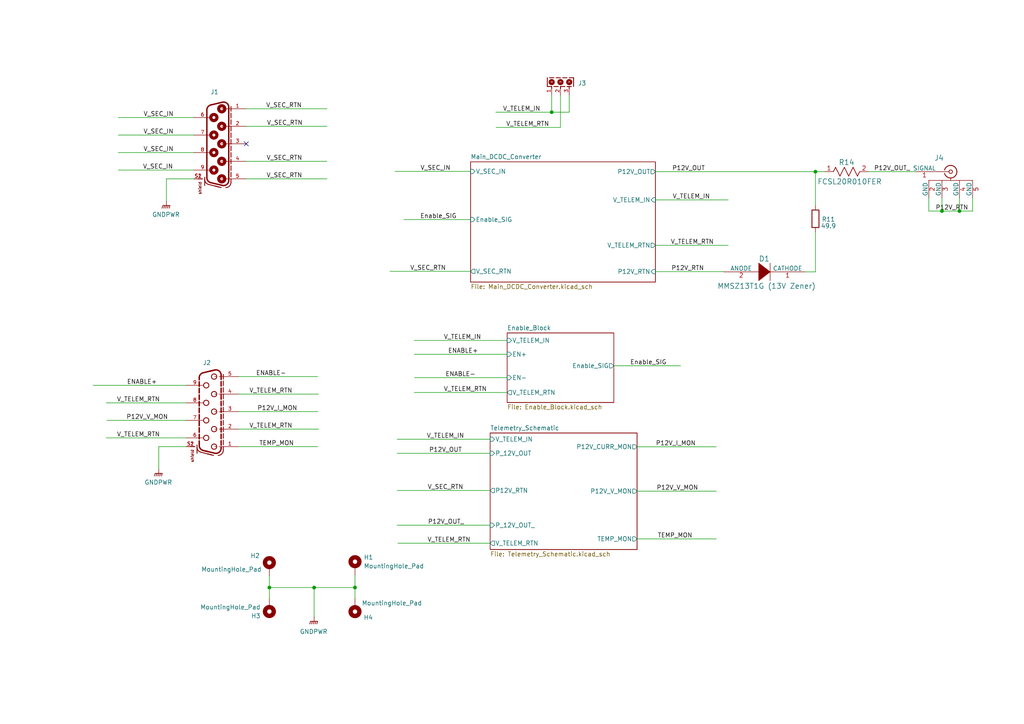
<source format=kicad_sch>
(kicad_sch
	(version 20250114)
	(generator "eeschema")
	(generator_version "9.0")
	(uuid "94df1f99-9187-47ff-8ecb-88b17ef7c541")
	(paper "A4")
	(lib_symbols
		(symbol "Adam_Tech:RF2-49B-T-00-50-G-HDW"
			(pin_names
				(offset 0)
			)
			(exclude_from_sim no)
			(in_bom yes)
			(on_board yes)
			(property "Reference" "J"
				(at 14.732 20.32 0)
				(effects
					(font
						(size 1.524 1.524)
					)
				)
			)
			(property "Value" "RF2-49B-T-00-50-G-HDW"
				(at 18.542 23.368 0)
				(effects
					(font
						(size 1.524 1.524)
					)
					(hide yes)
				)
			)
			(property "Footprint" "Adam_Tech:CONN_RF2-49B-T-00-50-G-HDW_ADM"
				(at 12.7 2.794 0)
				(effects
					(font
						(size 1.27 1.27)
						(italic yes)
					)
					(hide yes)
				)
			)
			(property "Datasheet" "https://app.adam-tech.com/products/download/data_sheet/219119/rf2-49b-t-00-50-g-hdw-data-sheet.pdf"
				(at 10.922 0.762 0)
				(effects
					(font
						(size 1.27 1.27)
						(italic yes)
					)
					(hide yes)
				)
			)
			(property "Description" "SMA Connector Jack, Female Socket 50 Ohms Through Hole, Right Angle Solder (Voltage Rating = 335V)"
				(at 6.35 17.78 0)
				(effects
					(font
						(size 1.27 1.27)
					)
					(hide yes)
				)
			)
			(property "Manufacturer" "Adam Tech"
				(at 0 0 0)
				(effects
					(font
						(size 1.27 1.27)
					)
					(hide yes)
				)
			)
			(property "Man. Part Num" "RF2-49B-T-00-50-G-HDW"
				(at 0 0 0)
				(effects
					(font
						(size 1.27 1.27)
					)
					(hide yes)
				)
			)
			(property "Distributor" "Mouser"
				(at 0 0 0)
				(effects
					(font
						(size 1.27 1.27)
					)
					(hide yes)
				)
			)
			(property "Dist. Part Num" "737-RF249BT0050GHDW"
				(at 0 0 0)
				(effects
					(font
						(size 1.27 1.27)
					)
					(hide yes)
				)
			)
			(property "Part Type" "Through Hole"
				(at 0 0 0)
				(effects
					(font
						(size 1.27 1.27)
					)
					(hide yes)
				)
			)
			(property "Package" "SMA"
				(at 0 0 0)
				(effects
					(font
						(size 1.27 1.27)
					)
					(hide yes)
				)
			)
			(property "Notes" ""
				(at 0 0 0)
				(effects
					(font
						(size 1.27 1.27)
					)
					(hide yes)
				)
			)
			(property "ki_keywords" "RF2-49B-T-00-50-G-HDW"
				(at 0 0 0)
				(effects
					(font
						(size 1.27 1.27)
					)
					(hide yes)
				)
			)
			(property "ki_fp_filters" "CONN_RF2-49B-T-00-50-G-HDW_ADM"
				(at 0 0 0)
				(effects
					(font
						(size 1.27 1.27)
					)
					(hide yes)
				)
			)
			(symbol "RF2-49B-T-00-50-G-HDW_0_1"
				(polyline
					(pts
						(xy 11.43 13.97) (xy 24.13 13.97)
					)
					(stroke
						(width 0)
						(type default)
					)
					(fill
						(type none)
					)
				)
				(polyline
					(pts
						(xy 15.24 16.51) (xy 12.7 16.51)
					)
					(stroke
						(width 0)
						(type default)
					)
					(fill
						(type none)
					)
				)
				(polyline
					(pts
						(xy 15.24 16.51) (xy 17.272 16.51)
					)
					(stroke
						(width 0)
						(type default)
					)
					(fill
						(type none)
					)
				)
				(arc
					(start 16.002 17.018)
					(mid 18.0023 18.3184)
					(end 19.558 16.51)
					(stroke
						(width 0.254)
						(type default)
					)
					(fill
						(type none)
					)
				)
				(arc
					(start 19.558 16.51)
					(mid 18.0022 14.7022)
					(end 16.002 16.002)
					(stroke
						(width 0.254)
						(type default)
					)
					(fill
						(type none)
					)
				)
				(circle
					(center 17.78 16.51)
					(radius 0.508)
					(stroke
						(width 0.2032)
						(type default)
					)
					(fill
						(type none)
					)
				)
				(polyline
					(pts
						(xy 17.78 13.97) (xy 17.78 14.732)
					)
					(stroke
						(width 0)
						(type default)
					)
					(fill
						(type none)
					)
				)
			)
			(symbol "RF2-49B-T-00-50-G-HDW_1_1"
				(pin unspecified line
					(at 7.62 16.51 0)
					(length 5.08)
					(name "SIGNAL"
						(effects
							(font
								(size 1.27 1.27)
							)
						)
					)
					(number "1"
						(effects
							(font
								(size 1.27 1.27)
							)
						)
					)
				)
				(pin power_in line
					(at 11.43 8.89 90)
					(length 5.08)
					(name "GND"
						(effects
							(font
								(size 1.27 1.27)
							)
						)
					)
					(number "2"
						(effects
							(font
								(size 1.27 1.27)
							)
						)
					)
				)
				(pin power_in line
					(at 15.24 8.89 90)
					(length 5.08)
					(name "GND"
						(effects
							(font
								(size 1.27 1.27)
							)
						)
					)
					(number "3"
						(effects
							(font
								(size 1.27 1.27)
							)
						)
					)
				)
				(pin power_in line
					(at 20.32 8.89 90)
					(length 5.08)
					(name "GND"
						(effects
							(font
								(size 1.27 1.27)
							)
						)
					)
					(number "4"
						(effects
							(font
								(size 1.27 1.27)
							)
						)
					)
				)
				(pin power_in line
					(at 24.13 8.89 90)
					(length 5.08)
					(name "GND"
						(effects
							(font
								(size 1.27 1.27)
							)
						)
					)
					(number "5"
						(effects
							(font
								(size 1.27 1.27)
							)
						)
					)
				)
			)
			(symbol "RF2-49B-T-00-50-G-HDW_1_2"
				(polyline
					(pts
						(xy 5.08 2.54) (xy 5.08 -12.7)
					)
					(stroke
						(width 0.127)
						(type default)
					)
					(fill
						(type none)
					)
				)
				(polyline
					(pts
						(xy 5.08 -12.7) (xy 12.7 -12.7)
					)
					(stroke
						(width 0.127)
						(type default)
					)
					(fill
						(type none)
					)
				)
				(polyline
					(pts
						(xy 7.62 0) (xy 5.08 0)
					)
					(stroke
						(width 0.127)
						(type default)
					)
					(fill
						(type none)
					)
				)
				(polyline
					(pts
						(xy 7.62 0) (xy 8.89 0.8467)
					)
					(stroke
						(width 0.127)
						(type default)
					)
					(fill
						(type none)
					)
				)
				(polyline
					(pts
						(xy 7.62 0) (xy 8.89 -0.8467)
					)
					(stroke
						(width 0.127)
						(type default)
					)
					(fill
						(type none)
					)
				)
				(polyline
					(pts
						(xy 7.62 -2.54) (xy 5.08 -2.54)
					)
					(stroke
						(width 0.127)
						(type default)
					)
					(fill
						(type none)
					)
				)
				(polyline
					(pts
						(xy 7.62 -2.54) (xy 8.89 -1.6933)
					)
					(stroke
						(width 0.127)
						(type default)
					)
					(fill
						(type none)
					)
				)
				(polyline
					(pts
						(xy 7.62 -2.54) (xy 8.89 -3.3867)
					)
					(stroke
						(width 0.127)
						(type default)
					)
					(fill
						(type none)
					)
				)
				(polyline
					(pts
						(xy 7.62 -5.08) (xy 5.08 -5.08)
					)
					(stroke
						(width 0.127)
						(type default)
					)
					(fill
						(type none)
					)
				)
				(polyline
					(pts
						(xy 7.62 -5.08) (xy 8.89 -4.2333)
					)
					(stroke
						(width 0.127)
						(type default)
					)
					(fill
						(type none)
					)
				)
				(polyline
					(pts
						(xy 7.62 -5.08) (xy 8.89 -5.9267)
					)
					(stroke
						(width 0.127)
						(type default)
					)
					(fill
						(type none)
					)
				)
				(polyline
					(pts
						(xy 7.62 -7.62) (xy 5.08 -7.62)
					)
					(stroke
						(width 0.127)
						(type default)
					)
					(fill
						(type none)
					)
				)
				(polyline
					(pts
						(xy 7.62 -7.62) (xy 8.89 -6.7733)
					)
					(stroke
						(width 0.127)
						(type default)
					)
					(fill
						(type none)
					)
				)
				(polyline
					(pts
						(xy 7.62 -7.62) (xy 8.89 -8.4667)
					)
					(stroke
						(width 0.127)
						(type default)
					)
					(fill
						(type none)
					)
				)
				(polyline
					(pts
						(xy 7.62 -10.16) (xy 5.08 -10.16)
					)
					(stroke
						(width 0.127)
						(type default)
					)
					(fill
						(type none)
					)
				)
				(polyline
					(pts
						(xy 7.62 -10.16) (xy 8.89 -9.3133)
					)
					(stroke
						(width 0.127)
						(type default)
					)
					(fill
						(type none)
					)
				)
				(polyline
					(pts
						(xy 7.62 -10.16) (xy 8.89 -11.0067)
					)
					(stroke
						(width 0.127)
						(type default)
					)
					(fill
						(type none)
					)
				)
				(polyline
					(pts
						(xy 12.7 2.54) (xy 5.08 2.54)
					)
					(stroke
						(width 0.127)
						(type default)
					)
					(fill
						(type none)
					)
				)
				(polyline
					(pts
						(xy 12.7 -12.7) (xy 12.7 2.54)
					)
					(stroke
						(width 0.127)
						(type default)
					)
					(fill
						(type none)
					)
				)
				(pin unspecified line
					(at 0 0 0)
					(length 5.08)
					(name "SIGNAL"
						(effects
							(font
								(size 1.27 1.27)
							)
						)
					)
					(number "1"
						(effects
							(font
								(size 1.27 1.27)
							)
						)
					)
				)
				(pin unspecified line
					(at 0 -2.54 0)
					(length 5.08)
					(name "GND"
						(effects
							(font
								(size 1.27 1.27)
							)
						)
					)
					(number "2"
						(effects
							(font
								(size 1.27 1.27)
							)
						)
					)
				)
				(pin unspecified line
					(at 0 -5.08 0)
					(length 5.08)
					(name "GND"
						(effects
							(font
								(size 1.27 1.27)
							)
						)
					)
					(number "3"
						(effects
							(font
								(size 1.27 1.27)
							)
						)
					)
				)
				(pin unspecified line
					(at 0 -7.62 0)
					(length 5.08)
					(name "GND"
						(effects
							(font
								(size 1.27 1.27)
							)
						)
					)
					(number "4"
						(effects
							(font
								(size 1.27 1.27)
							)
						)
					)
				)
				(pin unspecified line
					(at 0 -10.16 0)
					(length 5.08)
					(name "GND"
						(effects
							(font
								(size 1.27 1.27)
							)
						)
					)
					(number "5"
						(effects
							(font
								(size 1.27 1.27)
							)
						)
					)
				)
			)
			(embedded_fonts no)
		)
		(symbol "Foil_Resistors:FCSL20R010FER"
			(pin_names
				(offset 0.254)
			)
			(exclude_from_sim no)
			(in_bom yes)
			(on_board yes)
			(property "Reference" "R"
				(at 5.715 3.81 0)
				(effects
					(font
						(size 1.524 1.524)
					)
				)
			)
			(property "Value" "FCSL20R010FER"
				(at 6.35 -3.81 0)
				(effects
					(font
						(size 1.524 1.524)
					)
				)
			)
			(property "Footprint" "RES_FCSL20_OHM"
				(at 0 0 0)
				(effects
					(font
						(size 1.27 1.27)
						(italic yes)
					)
					(hide yes)
				)
			)
			(property "Datasheet" "FCSL20R010FER"
				(at 0 0 0)
				(effects
					(font
						(size 1.27 1.27)
						(italic yes)
					)
					(hide yes)
				)
			)
			(property "Description" ""
				(at 0 0 0)
				(effects
					(font
						(size 1.27 1.27)
					)
					(hide yes)
				)
			)
			(property "ki_locked" ""
				(at 0 0 0)
				(effects
					(font
						(size 1.27 1.27)
					)
				)
			)
			(property "ki_keywords" "FCSL20R010FER"
				(at 0 0 0)
				(effects
					(font
						(size 1.27 1.27)
					)
					(hide yes)
				)
			)
			(property "ki_fp_filters" "RES_FCSL20_OHM RES_FCSL20_OHM-M RES_FCSL20_OHM-L"
				(at 0 0 0)
				(effects
					(font
						(size 1.27 1.27)
					)
					(hide yes)
				)
			)
			(symbol "FCSL20R010FER_1_1"
				(polyline
					(pts
						(xy 2.54 0) (xy 3.175 1.27)
					)
					(stroke
						(width 0.2032)
						(type default)
					)
					(fill
						(type none)
					)
				)
				(polyline
					(pts
						(xy 3.175 1.27) (xy 4.445 -1.27)
					)
					(stroke
						(width 0.2032)
						(type default)
					)
					(fill
						(type none)
					)
				)
				(polyline
					(pts
						(xy 4.445 -1.27) (xy 5.715 1.27)
					)
					(stroke
						(width 0.2032)
						(type default)
					)
					(fill
						(type none)
					)
				)
				(polyline
					(pts
						(xy 5.715 1.27) (xy 6.985 -1.27)
					)
					(stroke
						(width 0.2032)
						(type default)
					)
					(fill
						(type none)
					)
				)
				(polyline
					(pts
						(xy 6.985 -1.27) (xy 8.255 1.27)
					)
					(stroke
						(width 0.2032)
						(type default)
					)
					(fill
						(type none)
					)
				)
				(polyline
					(pts
						(xy 8.255 1.27) (xy 9.525 -1.27)
					)
					(stroke
						(width 0.2032)
						(type default)
					)
					(fill
						(type none)
					)
				)
				(polyline
					(pts
						(xy 9.525 -1.27) (xy 10.16 0)
					)
					(stroke
						(width 0.2032)
						(type default)
					)
					(fill
						(type none)
					)
				)
				(pin unspecified line
					(at 0 0 0)
					(length 2.54)
					(name ""
						(effects
							(font
								(size 1.27 1.27)
							)
						)
					)
					(number "1"
						(effects
							(font
								(size 1.27 1.27)
							)
						)
					)
				)
				(pin unspecified line
					(at 12.7 0 180)
					(length 2.54)
					(name ""
						(effects
							(font
								(size 1.27 1.27)
							)
						)
					)
					(number "2"
						(effects
							(font
								(size 1.27 1.27)
							)
						)
					)
				)
			)
			(symbol "FCSL20R010FER_1_2"
				(polyline
					(pts
						(xy -1.27 8.255) (xy 1.27 9.525)
					)
					(stroke
						(width 0.2032)
						(type default)
					)
					(fill
						(type none)
					)
				)
				(polyline
					(pts
						(xy -1.27 5.715) (xy 1.27 6.985)
					)
					(stroke
						(width 0.2032)
						(type default)
					)
					(fill
						(type none)
					)
				)
				(polyline
					(pts
						(xy -1.27 3.175) (xy 1.27 4.445)
					)
					(stroke
						(width 0.2032)
						(type default)
					)
					(fill
						(type none)
					)
				)
				(polyline
					(pts
						(xy 0 2.54) (xy -1.27 3.175)
					)
					(stroke
						(width 0.2032)
						(type default)
					)
					(fill
						(type none)
					)
				)
				(polyline
					(pts
						(xy 1.27 9.525) (xy 0 10.16)
					)
					(stroke
						(width 0.2032)
						(type default)
					)
					(fill
						(type none)
					)
				)
				(polyline
					(pts
						(xy 1.27 6.985) (xy -1.27 8.255)
					)
					(stroke
						(width 0.2032)
						(type default)
					)
					(fill
						(type none)
					)
				)
				(polyline
					(pts
						(xy 1.27 4.445) (xy -1.27 5.715)
					)
					(stroke
						(width 0.2032)
						(type default)
					)
					(fill
						(type none)
					)
				)
				(pin unspecified line
					(at 0 12.7 270)
					(length 2.54)
					(name ""
						(effects
							(font
								(size 1.27 1.27)
							)
						)
					)
					(number "1"
						(effects
							(font
								(size 1.27 1.27)
							)
						)
					)
				)
				(pin unspecified line
					(at 0 0 90)
					(length 2.54)
					(name ""
						(effects
							(font
								(size 1.27 1.27)
							)
						)
					)
					(number "2"
						(effects
							(font
								(size 1.27 1.27)
							)
						)
					)
				)
			)
			(embedded_fonts no)
		)
		(symbol "Mechanical:MountingHole_Pad"
			(pin_numbers
				(hide yes)
			)
			(pin_names
				(offset 1.016)
				(hide yes)
			)
			(exclude_from_sim yes)
			(in_bom no)
			(on_board yes)
			(property "Reference" "H"
				(at 0 6.35 0)
				(effects
					(font
						(size 1.27 1.27)
					)
				)
			)
			(property "Value" "MountingHole_Pad"
				(at 0 4.445 0)
				(effects
					(font
						(size 1.27 1.27)
					)
				)
			)
			(property "Footprint" ""
				(at 0 0 0)
				(effects
					(font
						(size 1.27 1.27)
					)
					(hide yes)
				)
			)
			(property "Datasheet" "~"
				(at 0 0 0)
				(effects
					(font
						(size 1.27 1.27)
					)
					(hide yes)
				)
			)
			(property "Description" "Mounting Hole with connection"
				(at 0 0 0)
				(effects
					(font
						(size 1.27 1.27)
					)
					(hide yes)
				)
			)
			(property "ki_keywords" "mounting hole"
				(at 0 0 0)
				(effects
					(font
						(size 1.27 1.27)
					)
					(hide yes)
				)
			)
			(property "ki_fp_filters" "MountingHole*Pad*"
				(at 0 0 0)
				(effects
					(font
						(size 1.27 1.27)
					)
					(hide yes)
				)
			)
			(symbol "MountingHole_Pad_0_1"
				(circle
					(center 0 1.27)
					(radius 1.27)
					(stroke
						(width 1.27)
						(type default)
					)
					(fill
						(type none)
					)
				)
			)
			(symbol "MountingHole_Pad_1_1"
				(pin input line
					(at 0 -2.54 90)
					(length 2.54)
					(name "1"
						(effects
							(font
								(size 1.27 1.27)
							)
						)
					)
					(number "1"
						(effects
							(font
								(size 1.27 1.27)
							)
						)
					)
				)
			)
			(embedded_fonts no)
		)
		(symbol "ONSEMI:MMSZ13T1G"
			(pin_names
				(offset 0)
			)
			(exclude_from_sim no)
			(in_bom yes)
			(on_board yes)
			(property "Reference" "D"
				(at 13.208 -3.048 0)
				(effects
					(font
						(size 1.524 1.524)
					)
				)
			)
			(property "Value" "MMSZ13T1G (13V Zener)"
				(at 13.208 -5.588 0)
				(effects
					(font
						(size 1.524 1.524)
					)
				)
			)
			(property "Footprint" "ONSEMI:SOD-123_ONS-L"
				(at -2.794 9.652 0)
				(effects
					(font
						(size 1.27 1.27)
						(italic yes)
					)
					(hide yes)
				)
			)
			(property "Datasheet" "https://www.onsemi.com/pdf/datasheet/mmsz2v4t1-d.pdf"
				(at -3.048 6.858 0)
				(effects
					(font
						(size 1.27 1.27)
						(italic yes)
					)
					(hide yes)
				)
			)
			(property "Description" "Zener Diode 13 V 500 mW ±5% Surface Mount SOD-123"
				(at 0 0 0)
				(effects
					(font
						(size 1.27 1.27)
					)
					(hide yes)
				)
			)
			(property "Manufacturer" "onsemi"
				(at 0 0 0)
				(effects
					(font
						(size 1.27 1.27)
					)
					(hide yes)
				)
			)
			(property "Man. Part Num" "MMSZ13T1G"
				(at 0 0 0)
				(effects
					(font
						(size 1.27 1.27)
					)
					(hide yes)
				)
			)
			(property "Distributor" "Digi-Key"
				(at 0 0 0)
				(effects
					(font
						(size 1.27 1.27)
					)
					(hide yes)
				)
			)
			(property "Dist. Part Num" "MMSZ13T1GOSCT-ND"
				(at 0 0 0)
				(effects
					(font
						(size 1.27 1.27)
					)
					(hide yes)
				)
			)
			(property "Part Type" "SMD"
				(at 0 0 0)
				(effects
					(font
						(size 1.27 1.27)
					)
					(hide yes)
				)
			)
			(property "Package" "SOD-123"
				(at 0 0 0)
				(effects
					(font
						(size 1.27 1.27)
					)
					(hide yes)
				)
			)
			(property "Notes" ""
				(at 0 0 0)
				(effects
					(font
						(size 1.27 1.27)
					)
					(hide yes)
				)
			)
			(property "ki_keywords" "MMSZ13T1G"
				(at 0 0 0)
				(effects
					(font
						(size 1.27 1.27)
					)
					(hide yes)
				)
			)
			(property "ki_fp_filters" "SOD-123_ONS SOD-123_ONS-M SOD-123_ONS-L"
				(at 0 0 0)
				(effects
					(font
						(size 1.27 1.27)
					)
					(hide yes)
				)
			)
			(symbol "MMSZ13T1G_1_1"
				(polyline
					(pts
						(xy 7.62 2.54) (xy 7.62 -2.54)
					)
					(stroke
						(width 0)
						(type default)
					)
					(fill
						(type none)
					)
				)
				(polyline
					(pts
						(xy 7.62 0) (xy 10.922 2.54) (xy 10.922 -2.54) (xy 7.62 0)
					)
					(stroke
						(width 0)
						(type default)
					)
					(fill
						(type outline)
					)
				)
				(pin unspecified line
					(at -2.54 0 0)
					(length 10.16)
					(name "CATHODE"
						(effects
							(font
								(size 1.27 1.27)
							)
						)
					)
					(number "1"
						(effects
							(font
								(size 1.27 1.27)
							)
						)
					)
				)
				(pin unspecified line
					(at 21.082 0 180)
					(length 10.16)
					(name "ANODE"
						(effects
							(font
								(size 1.27 1.27)
							)
						)
					)
					(number "2"
						(effects
							(font
								(size 1.27 1.27)
							)
						)
					)
				)
			)
			(embedded_fonts no)
		)
		(symbol "Passive_Parts:R"
			(pin_numbers
				(hide yes)
			)
			(pin_names
				(offset 0)
				(hide yes)
			)
			(exclude_from_sim no)
			(in_bom yes)
			(on_board yes)
			(property "Reference" "R"
				(at 2.54 5.08 0)
				(effects
					(font
						(size 1.27 1.27)
					)
				)
			)
			(property "Value" ""
				(at 0 0 0)
				(effects
					(font
						(size 1.27 1.27)
					)
				)
			)
			(property "Footprint" ""
				(at 0 0 0)
				(effects
					(font
						(size 1.27 1.27)
					)
					(hide yes)
				)
			)
			(property "Datasheet" ""
				(at 0 0 0)
				(effects
					(font
						(size 1.27 1.27)
					)
					(hide yes)
				)
			)
			(property "Description" ""
				(at 0 0 0)
				(effects
					(font
						(size 1.27 1.27)
					)
					(hide yes)
				)
			)
			(property "Manufacturer" ""
				(at 0 0 0)
				(effects
					(font
						(size 1.27 1.27)
					)
					(hide yes)
				)
			)
			(property "Man. Part Num" ""
				(at 0 0 0)
				(effects
					(font
						(size 1.27 1.27)
					)
					(hide yes)
				)
			)
			(property "Distributor" "Digi-Key"
				(at 0 0 0)
				(effects
					(font
						(size 1.27 1.27)
					)
					(hide yes)
				)
			)
			(property "Dist. Part Num" ""
				(at 0 0 0)
				(effects
					(font
						(size 1.27 1.27)
					)
					(hide yes)
				)
			)
			(property "Part Type" "SMD"
				(at 0 0 0)
				(effects
					(font
						(size 1.27 1.27)
					)
					(hide yes)
				)
			)
			(property "Notes" ""
				(at 0 0 0)
				(effects
					(font
						(size 1.27 1.27)
					)
					(hide yes)
				)
			)
			(property "Package" ""
				(at 0 0 0)
				(effects
					(font
						(size 1.27 1.27)
					)
					(hide yes)
				)
			)
			(symbol "R_0_1"
				(rectangle
					(start 5.08 1.524)
					(end 0 3.556)
					(stroke
						(width 0.254)
						(type default)
					)
					(fill
						(type none)
					)
				)
			)
			(symbol "R_1_1"
				(pin passive line
					(at -1.27 2.54 0)
					(length 1.27)
					(name "~"
						(effects
							(font
								(size 1.27 1.27)
							)
						)
					)
					(number "1"
						(effects
							(font
								(size 1.27 1.27)
							)
						)
					)
				)
				(pin passive line
					(at 6.35 2.54 180)
					(length 1.27)
					(name "~"
						(effects
							(font
								(size 1.27 1.27)
							)
						)
					)
					(number "2"
						(effects
							(font
								(size 1.27 1.27)
							)
						)
					)
				)
			)
			(embedded_fonts no)
		)
		(symbol "Wurth Elektronik:6180XX231121_618009231121"
			(pin_names
				(offset 1.016)
			)
			(exclude_from_sim no)
			(in_bom yes)
			(on_board yes)
			(property "Reference" "J"
				(at 13.78 1.66 0)
				(effects
					(font
						(size 1.27 1.27)
					)
					(justify left bottom)
				)
			)
			(property "Value" "618009231121"
				(at 0 0 0)
				(effects
					(font
						(size 1.27 1.27)
					)
					(justify bottom)
					(hide yes)
				)
			)
			(property "Footprint" "6180XX231121_618009231121:618009231121"
				(at 0 0 0)
				(effects
					(font
						(size 1.27 1.27)
					)
					(justify bottom)
					(hide yes)
				)
			)
			(property "Datasheet" "https://www.we-online.com/components/products/datasheet/618009231121.pdf"
				(at 0 0 0)
				(effects
					(font
						(size 1.27 1.27)
					)
					(hide yes)
				)
			)
			(property "Description" "CONN D-SUB RCPT 9POS R/A SOLDER"
				(at 0 0 0)
				(effects
					(font
						(size 1.27 1.27)
					)
					(hide yes)
				)
			)
			(property "Manufacturer" "Würth Elektronik"
				(at 0 0 0)
				(effects
					(font
						(size 1.27 1.27)
					)
					(justify bottom)
					(hide yes)
				)
			)
			(property "Description_1" "\nSOCKET, D SUB, PCB, R/A, 9WAY; No. of Contacts:9Contacts; Gender:Receptacle; Contact Termination Type:Solder; D Sub Shell Size:DE; Product Range:WR-DSUB Series; Connector Body Material:Steel Body; Contact Material:Copper Alloy; Contact Plating:Gold Plated Contacts; SVHC:Lead (15-Jan-2019); Connector Mounting:Through Hole Mount Right Angle; Contact Termination:Solder; D Sub Connector Type:Standard; No. of Mating Cycles:50\n"
				(at 0 0 0)
				(effects
					(font
						(size 1.27 1.27)
					)
					(justify bottom)
					(hide yes)
				)
			)
			(property "Package" "-"
				(at 0 0 0)
				(effects
					(font
						(size 1.27 1.27)
					)
					(justify bottom)
					(hide yes)
				)
			)
			(property "Purchase-URL" "https://www.snapeda.com/api/url_track_click_mouser/?unipart_id=1118240&manufacturer=Würth Elektronik&part_name=618009231121&search_term=618009231121"
				(at 0 0 0)
				(effects
					(font
						(size 1.27 1.27)
					)
					(justify bottom)
					(hide yes)
				)
			)
			(property "GENDER" "Female"
				(at 0 0 0)
				(effects
					(font
						(size 1.27 1.27)
					)
					(justify bottom)
					(hide yes)
				)
			)
			(property "Price" "None"
				(at 0 0 0)
				(effects
					(font
						(size 1.27 1.27)
					)
					(justify bottom)
					(hide yes)
				)
			)
			(property "PART-NUMBER" "618009231121"
				(at 0 0 0)
				(effects
					(font
						(size 1.27 1.27)
					)
					(justify bottom)
					(hide yes)
				)
			)
			(property "SnapEDA_Link" "https://www.snapeda.com/parts/618009231121/Wurth+Elektronik/view-part/?ref=snap"
				(at 0 0 0)
				(effects
					(font
						(size 1.27 1.27)
					)
					(justify bottom)
					(hide yes)
				)
			)
			(property "DATASHEET-URL" "https://www.we-online.com/redexpert/spec/618009231121?ae"
				(at 0 0 0)
				(effects
					(font
						(size 1.27 1.27)
					)
					(justify bottom)
					(hide yes)
				)
			)
			(property "Man. Part Num" "618009231121"
				(at 0 0 0)
				(effects
					(font
						(size 1.27 1.27)
					)
					(justify bottom)
					(hide yes)
				)
			)
			(property "WORKING-VOLTAGE" "125 V(AC)"
				(at 0 0 0)
				(effects
					(font
						(size 1.27 1.27)
					)
					(justify bottom)
					(hide yes)
				)
			)
			(property "PINS" "9"
				(at 0 0 0)
				(effects
					(font
						(size 1.27 1.27)
					)
					(justify bottom)
					(hide yes)
				)
			)
			(property "WE-NUMBER" "618009231121"
				(at 0 0 0)
				(effects
					(font
						(size 1.27 1.27)
					)
					(justify bottom)
					(hide yes)
				)
			)
			(property "TYPE" "Angled"
				(at 0 0 0)
				(effects
					(font
						(size 1.27 1.27)
					)
					(justify bottom)
					(hide yes)
				)
			)
			(property "Availability" "In Stock"
				(at 0 0 0)
				(effects
					(font
						(size 1.27 1.27)
					)
					(justify bottom)
					(hide yes)
				)
			)
			(property "Check_prices" "https://www.snapeda.com/parts/618009231121/Wurth+Elektronik/view-part/?ref=eda"
				(at 0 0 0)
				(effects
					(font
						(size 1.27 1.27)
					)
					(justify bottom)
					(hide yes)
				)
			)
			(property "Part Type" "Through Hole"
				(at 0 0 0)
				(effects
					(font
						(size 1.27 1.27)
					)
					(hide yes)
				)
			)
			(property "Distributor" "Digi-Key"
				(at 0 0 0)
				(effects
					(font
						(size 1.27 1.27)
					)
					(hide yes)
				)
			)
			(property "Dist. Part Num" "732-618009231121-ND"
				(at 0 0 0)
				(effects
					(font
						(size 1.27 1.27)
					)
					(hide yes)
				)
			)
			(property "Notes" ""
				(at 0 0 0)
				(effects
					(font
						(size 1.27 1.27)
					)
					(hide yes)
				)
			)
			(symbol "6180XX231121_618009231121_0_0"
				(polyline
					(pts
						(xy -11.7108 -0.8009) (xy -12.0642 0.6952)
					)
					(stroke
						(width 0.4064)
						(type default)
					)
					(fill
						(type none)
					)
				)
				(polyline
					(pts
						(xy -11.2729 -2.6548) (xy -11.9182 0.0772)
					)
					(stroke
						(width 0.4064)
						(type default)
					)
					(fill
						(type none)
					)
				)
				(polyline
					(pts
						(xy -10.795 3.175) (xy -9.4305 3.175)
					)
					(stroke
						(width 0.254)
						(type default)
					)
					(fill
						(type none)
					)
				)
				(polyline
					(pts
						(xy -10.6044 2.54) (xy -9.3113 2.54)
					)
					(stroke
						(width 0.4064)
						(type default)
					)
					(fill
						(type none)
					)
				)
				(arc
					(start -12.0642 0.6952)
					(mid -11.7806 1.9708)
					(end -10.6044 2.54)
					(stroke
						(width 0.4064)
						(type default)
					)
					(fill
						(type none)
					)
				)
				(polyline
					(pts
						(xy -10.16 2.58) (xy -10.16 1.935)
					)
					(stroke
						(width 0.1524)
						(type default)
					)
					(fill
						(type none)
					)
				)
				(polyline
					(pts
						(xy -10.16 0.675) (xy -10.16 1.3)
					)
					(stroke
						(width 0.1524)
						(type default)
					)
					(fill
						(type none)
					)
				)
				(circle
					(center -10.16 0.508)
					(radius 0.762)
					(stroke
						(width 0.254)
						(type default)
					)
					(fill
						(type none)
					)
				)
				(arc
					(start -9.8131 -3.81)
					(mid -10.7439 -3.4862)
					(end -11.2729 -2.6548)
					(stroke
						(width 0.4064)
						(type default)
					)
					(fill
						(type none)
					)
				)
				(polyline
					(pts
						(xy -9.237 -3.81) (xy -9.8131 -3.81)
					)
					(stroke
						(width 0.4064)
						(type default)
					)
					(fill
						(type none)
					)
				)
				(polyline
					(pts
						(xy -8.89 3.175) (xy -7.5255 3.175)
					)
					(stroke
						(width 0.254)
						(type default)
					)
					(fill
						(type none)
					)
				)
				(polyline
					(pts
						(xy -8.6994 2.54) (xy -7.4063 2.54)
					)
					(stroke
						(width 0.4064)
						(type default)
					)
					(fill
						(type none)
					)
				)
				(circle
					(center -7.62 -1.778)
					(radius 0.762)
					(stroke
						(width 0.254)
						(type default)
					)
					(fill
						(type none)
					)
				)
				(polyline
					(pts
						(xy -7.332 -3.81) (xy -8.6596 -3.81)
					)
					(stroke
						(width 0.4064)
						(type default)
					)
					(fill
						(type none)
					)
				)
				(polyline
					(pts
						(xy -6.985 3.175) (xy -5.6205 3.175)
					)
					(stroke
						(width 0.254)
						(type default)
					)
					(fill
						(type none)
					)
				)
				(polyline
					(pts
						(xy -6.7944 2.54) (xy -5.5013 2.54)
					)
					(stroke
						(width 0.4064)
						(type default)
					)
					(fill
						(type none)
					)
				)
				(polyline
					(pts
						(xy -5.427 -3.81) (xy -6.7546 -3.81)
					)
					(stroke
						(width 0.4064)
						(type default)
					)
					(fill
						(type none)
					)
				)
				(polyline
					(pts
						(xy -5.08 3.175) (xy -3.7155 3.175)
					)
					(stroke
						(width 0.254)
						(type default)
					)
					(fill
						(type none)
					)
				)
				(polyline
					(pts
						(xy -5.08 2.58) (xy -5.08 1.935)
					)
					(stroke
						(width 0.1524)
						(type default)
					)
					(fill
						(type none)
					)
				)
				(polyline
					(pts
						(xy -5.08 0.675) (xy -5.08 1.3)
					)
					(stroke
						(width 0.1524)
						(type default)
					)
					(fill
						(type none)
					)
				)
				(circle
					(center -5.08 0.508)
					(radius 0.762)
					(stroke
						(width 0.254)
						(type default)
					)
					(fill
						(type none)
					)
				)
				(polyline
					(pts
						(xy -4.8894 2.54) (xy -3.5963 2.54)
					)
					(stroke
						(width 0.4064)
						(type default)
					)
					(fill
						(type none)
					)
				)
				(polyline
					(pts
						(xy -3.522 -3.81) (xy -4.8496 -3.81)
					)
					(stroke
						(width 0.4064)
						(type default)
					)
					(fill
						(type none)
					)
				)
				(polyline
					(pts
						(xy -3.175 3.175) (xy -1.8105 3.175)
					)
					(stroke
						(width 0.254)
						(type default)
					)
					(fill
						(type none)
					)
				)
				(polyline
					(pts
						(xy -2.9844 2.54) (xy -1.6913 2.54)
					)
					(stroke
						(width 0.4064)
						(type default)
					)
					(fill
						(type none)
					)
				)
				(circle
					(center -2.54 -1.778)
					(radius 0.762)
					(stroke
						(width 0.254)
						(type default)
					)
					(fill
						(type none)
					)
				)
				(polyline
					(pts
						(xy -1.617 -3.81) (xy -2.9446 -3.81)
					)
					(stroke
						(width 0.4064)
						(type default)
					)
					(fill
						(type none)
					)
				)
				(polyline
					(pts
						(xy -1.27 3.175) (xy 0.0945 3.175)
					)
					(stroke
						(width 0.254)
						(type default)
					)
					(fill
						(type none)
					)
				)
				(polyline
					(pts
						(xy -1.0794 2.54) (xy 0.2137 2.54)
					)
					(stroke
						(width 0.4064)
						(type default)
					)
					(fill
						(type none)
					)
				)
				(polyline
					(pts
						(xy 0 2.58) (xy 0 1.935)
					)
					(stroke
						(width 0.1524)
						(type default)
					)
					(fill
						(type none)
					)
				)
				(polyline
					(pts
						(xy 0 0.675) (xy 0 1.3)
					)
					(stroke
						(width 0.1524)
						(type default)
					)
					(fill
						(type none)
					)
				)
				(circle
					(center 0 0.508)
					(radius 0.762)
					(stroke
						(width 0.254)
						(type default)
					)
					(fill
						(type none)
					)
				)
				(polyline
					(pts
						(xy 0.288 -3.81) (xy -1.0396 -3.81)
					)
					(stroke
						(width 0.4064)
						(type default)
					)
					(fill
						(type none)
					)
				)
				(polyline
					(pts
						(xy 0.635 3.175) (xy 1.9996 3.175)
					)
					(stroke
						(width 0.254)
						(type default)
					)
					(fill
						(type none)
					)
				)
				(polyline
					(pts
						(xy 0.8256 2.54) (xy 2.1187 2.54)
					)
					(stroke
						(width 0.4064)
						(type default)
					)
					(fill
						(type none)
					)
				)
				(polyline
					(pts
						(xy 2.1931 -3.81) (xy 0.8654 -3.81)
					)
					(stroke
						(width 0.4064)
						(type default)
					)
					(fill
						(type none)
					)
				)
				(polyline
					(pts
						(xy 2.54 3.175) (xy 3.9046 3.175)
					)
					(stroke
						(width 0.254)
						(type default)
					)
					(fill
						(type none)
					)
				)
				(circle
					(center 2.54 -1.778)
					(radius 0.762)
					(stroke
						(width 0.254)
						(type default)
					)
					(fill
						(type none)
					)
				)
				(polyline
					(pts
						(xy 2.7306 2.54) (xy 4.0237 2.54)
					)
					(stroke
						(width 0.4064)
						(type default)
					)
					(fill
						(type none)
					)
				)
				(polyline
					(pts
						(xy 4.0981 -3.81) (xy 2.7704 -3.81)
					)
					(stroke
						(width 0.4064)
						(type default)
					)
					(fill
						(type none)
					)
				)
				(polyline
					(pts
						(xy 4.445 3.175) (xy 5.8096 3.175)
					)
					(stroke
						(width 0.254)
						(type default)
					)
					(fill
						(type none)
					)
				)
				(polyline
					(pts
						(xy 4.6356 2.54) (xy 5.9287 2.54)
					)
					(stroke
						(width 0.4064)
						(type default)
					)
					(fill
						(type none)
					)
				)
				(polyline
					(pts
						(xy 5.08 2.58) (xy 5.08 1.935)
					)
					(stroke
						(width 0.1524)
						(type default)
					)
					(fill
						(type none)
					)
				)
				(polyline
					(pts
						(xy 5.08 0.675) (xy 5.08 1.3)
					)
					(stroke
						(width 0.1524)
						(type default)
					)
					(fill
						(type none)
					)
				)
				(circle
					(center 5.08 0.508)
					(radius 0.762)
					(stroke
						(width 0.254)
						(type default)
					)
					(fill
						(type none)
					)
				)
				(polyline
					(pts
						(xy 6.0031 -3.81) (xy 4.6754 -3.81)
					)
					(stroke
						(width 0.4064)
						(type default)
					)
					(fill
						(type none)
					)
				)
				(polyline
					(pts
						(xy 6.35 3.175) (xy 7.7146 3.175)
					)
					(stroke
						(width 0.254)
						(type default)
					)
					(fill
						(type none)
					)
				)
				(polyline
					(pts
						(xy 6.5406 2.54) (xy 7.8337 2.54)
					)
					(stroke
						(width 0.4064)
						(type default)
					)
					(fill
						(type none)
					)
				)
				(circle
					(center 7.62 -1.778)
					(radius 0.762)
					(stroke
						(width 0.254)
						(type default)
					)
					(fill
						(type none)
					)
				)
				(polyline
					(pts
						(xy 7.9081 -3.81) (xy 6.5804 -3.81)
					)
					(stroke
						(width 0.4064)
						(type default)
					)
					(fill
						(type none)
					)
				)
				(polyline
					(pts
						(xy 8.255 3.175) (xy 9.6196 3.175)
					)
					(stroke
						(width 0.254)
						(type default)
					)
					(fill
						(type none)
					)
				)
				(polyline
					(pts
						(xy 8.4456 2.54) (xy 9.7387 2.54)
					)
					(stroke
						(width 0.4064)
						(type default)
					)
					(fill
						(type none)
					)
				)
				(arc
					(start 11.2729 -2.6548)
					(mid 10.7439 -3.4863)
					(end 9.8131 -3.81)
					(stroke
						(width 0.4064)
						(type default)
					)
					(fill
						(type none)
					)
				)
				(polyline
					(pts
						(xy 9.8131 -3.81) (xy 8.4854 -3.81)
					)
					(stroke
						(width 0.4064)
						(type default)
					)
					(fill
						(type none)
					)
				)
				(polyline
					(pts
						(xy 10.16 3.175) (xy 11.2 3.175)
					)
					(stroke
						(width 0.254)
						(type default)
					)
					(fill
						(type none)
					)
				)
				(polyline
					(pts
						(xy 10.16 2.58) (xy 10.16 1.935)
					)
					(stroke
						(width 0.1524)
						(type default)
					)
					(fill
						(type none)
					)
				)
				(polyline
					(pts
						(xy 10.16 0.675) (xy 10.16 1.3)
					)
					(stroke
						(width 0.1524)
						(type default)
					)
					(fill
						(type none)
					)
				)
				(circle
					(center 10.16 0.508)
					(radius 0.762)
					(stroke
						(width 0.254)
						(type default)
					)
					(fill
						(type none)
					)
				)
				(polyline
					(pts
						(xy 10.16 -4.445) (xy 10.16 -4.445)
					)
					(stroke
						(width 0.254)
						(type default)
					)
					(fill
						(type none)
					)
				)
				(polyline
					(pts
						(xy 10.16 -6.35) (xy 10.16 -5.08)
					)
					(stroke
						(width 0.254)
						(type default)
					)
					(fill
						(type none)
					)
				)
				(polyline
					(pts
						(xy 10.2 -4.44) (xy 9.6938 -4.44)
					)
					(stroke
						(width 0.254)
						(type default)
					)
					(fill
						(type none)
					)
				)
				(arc
					(start 11.7841 -3.3038)
					(mid 11.2519 -4.1219)
					(end 10.3288 -4.44)
					(stroke
						(width 0.254)
						(type default)
					)
					(fill
						(type none)
					)
				)
				(polyline
					(pts
						(xy 10.3506 2.54) (xy 10.6044 2.54)
					)
					(stroke
						(width 0.4064)
						(type default)
					)
					(fill
						(type none)
					)
				)
				(arc
					(start 10.6044 2.54)
					(mid 11.7804 1.9707)
					(end 12.0642 0.6952)
					(stroke
						(width 0.4064)
						(type default)
					)
					(fill
						(type none)
					)
				)
				(arc
					(start 11.2 3.175)
					(mid 12.2607 2.7357)
					(end 12.7 1.675)
					(stroke
						(width 0.254)
						(type default)
					)
					(fill
						(type none)
					)
				)
				(polyline
					(pts
						(xy 11.6263 -1.1588) (xy 11.2729 -2.6548)
					)
					(stroke
						(width 0.4064)
						(type default)
					)
					(fill
						(type none)
					)
				)
				(polyline
					(pts
						(xy 11.7841 -3.3038) (xy 12.546 -0.256)
					)
					(stroke
						(width 0.254)
						(type default)
					)
					(fill
						(type none)
					)
				)
				(polyline
					(pts
						(xy 12.0642 0.6952) (xy 11.4189 -2.0369)
					)
					(stroke
						(width 0.4064)
						(type default)
					)
					(fill
						(type none)
					)
				)
				(polyline
					(pts
						(xy 12.105 -4.44) (xy 10.3288 -4.44)
					)
					(stroke
						(width 0.254)
						(type default)
					)
					(fill
						(type none)
					)
				)
				(polyline
					(pts
						(xy 12.2461 -1.4557) (xy 12.7 0.36)
					)
					(stroke
						(width 0.254)
						(type default)
					)
					(fill
						(type none)
					)
				)
				(text "shield"
					(at 10.9 -5.32 0)
					(effects
						(font
							(size 0.8128 0.8128)
						)
						(justify left bottom)
					)
				)
				(pin bidirectional line
					(at -10.16 7.62 270)
					(length 5.08)
					(name "~"
						(effects
							(font
								(size 1.016 1.016)
							)
						)
					)
					(number "5"
						(effects
							(font
								(size 1.016 1.016)
							)
						)
					)
				)
				(pin bidirectional line
					(at -7.62 -7.62 90)
					(length 5.08)
					(name "~"
						(effects
							(font
								(size 1.016 1.016)
							)
						)
					)
					(number "9"
						(effects
							(font
								(size 1.016 1.016)
							)
						)
					)
				)
				(pin bidirectional line
					(at -5.08 7.62 270)
					(length 5.08)
					(name "~"
						(effects
							(font
								(size 1.016 1.016)
							)
						)
					)
					(number "4"
						(effects
							(font
								(size 1.016 1.016)
							)
						)
					)
				)
				(pin bidirectional line
					(at -2.54 -7.62 90)
					(length 5.08)
					(name "~"
						(effects
							(font
								(size 1.016 1.016)
							)
						)
					)
					(number "8"
						(effects
							(font
								(size 1.016 1.016)
							)
						)
					)
				)
				(pin bidirectional line
					(at 0 7.62 270)
					(length 5.08)
					(name "~"
						(effects
							(font
								(size 1.016 1.016)
							)
						)
					)
					(number "3"
						(effects
							(font
								(size 1.016 1.016)
							)
						)
					)
				)
				(pin bidirectional line
					(at 2.54 -7.62 90)
					(length 5.08)
					(name "~"
						(effects
							(font
								(size 1.016 1.016)
							)
						)
					)
					(number "7"
						(effects
							(font
								(size 1.016 1.016)
							)
						)
					)
				)
				(pin bidirectional line
					(at 5.08 7.62 270)
					(length 5.08)
					(name "~"
						(effects
							(font
								(size 1.016 1.016)
							)
						)
					)
					(number "2"
						(effects
							(font
								(size 1.016 1.016)
							)
						)
					)
				)
				(pin bidirectional line
					(at 7.62 -7.62 90)
					(length 5.08)
					(name "~"
						(effects
							(font
								(size 1.016 1.016)
							)
						)
					)
					(number "6"
						(effects
							(font
								(size 1.016 1.016)
							)
						)
					)
				)
				(pin bidirectional line
					(at 10.16 7.62 270)
					(length 5.08)
					(name "~"
						(effects
							(font
								(size 1.016 1.016)
							)
						)
					)
					(number "1"
						(effects
							(font
								(size 1.016 1.016)
							)
						)
					)
				)
				(pin bidirectional line
					(at 10.16 -7.62 90)
					(length 2.54)
					(name "~"
						(effects
							(font
								(size 1.016 1.016)
							)
						)
					)
					(number "S1"
						(effects
							(font
								(size 1.016 1.016)
							)
						)
					)
				)
				(pin bidirectional line
					(at 10.16 -7.62 90)
					(length 2.54)
					(name "~"
						(effects
							(font
								(size 1.016 1.016)
							)
						)
					)
					(number "S2"
						(effects
							(font
								(size 1.016 1.016)
							)
						)
					)
				)
			)
			(embedded_fonts no)
		)
		(symbol "Wurth Elektronik:6180XX231221_618009231221"
			(pin_names
				(offset 1.016)
			)
			(exclude_from_sim no)
			(in_bom yes)
			(on_board yes)
			(property "Reference" "J"
				(at 13.78 1.66 0)
				(effects
					(font
						(size 1.27 1.27)
					)
					(justify left bottom)
				)
			)
			(property "Value" "618009231221"
				(at 0 0 0)
				(effects
					(font
						(size 1.27 1.27)
					)
					(justify bottom)
					(hide yes)
				)
			)
			(property "Footprint" "Wurth_Elektronik:618009231221"
				(at 0 0 0)
				(effects
					(font
						(size 1.27 1.27)
					)
					(justify bottom)
					(hide yes)
				)
			)
			(property "Datasheet" "https://www.we-online.com/components/products/datasheet/618009231221.pdf"
				(at 0 0 0)
				(effects
					(font
						(size 1.27 1.27)
					)
					(hide yes)
				)
			)
			(property "Description" "CONN D-SUB PLUG 9POS R/A SOLDER"
				(at 0 0 0)
				(effects
					(font
						(size 1.27 1.27)
					)
					(hide yes)
				)
			)
			(property "Manufacturer" "Wurth Electronics"
				(at 0 0 0)
				(effects
					(font
						(size 1.27 1.27)
					)
					(justify bottom)
					(hide yes)
				)
			)
			(property "Description_1" "09 pins, right angled, 8.08mm, with hex screw"
				(at 0 0 0)
				(effects
					(font
						(size 1.27 1.27)
					)
					(justify bottom)
					(hide yes)
				)
			)
			(property "Package" "None"
				(at 0 0 0)
				(effects
					(font
						(size 1.27 1.27)
					)
					(justify bottom)
					(hide yes)
				)
			)
			(property "Purchase-URL" "https://www.snapeda.com/api/url_track_click_mouser/?unipart_id=604355&manufacturer=Wurth Electronics&part_name=618009231221&search_term=618009231221"
				(at 0 0 0)
				(effects
					(font
						(size 1.27 1.27)
					)
					(justify bottom)
					(hide yes)
				)
			)
			(property "GENDER" "Male"
				(at 0 0 0)
				(effects
					(font
						(size 1.27 1.27)
					)
					(justify bottom)
					(hide yes)
				)
			)
			(property "Price" "None"
				(at 0 0 0)
				(effects
					(font
						(size 1.27 1.27)
					)
					(justify bottom)
					(hide yes)
				)
			)
			(property "PART-NUMBER" "618009231221"
				(at 0 0 0)
				(effects
					(font
						(size 1.27 1.27)
					)
					(justify bottom)
					(hide yes)
				)
			)
			(property "SnapEDA_Link" "https://www.snapeda.com/parts/618009231221/Wurth+Electronics/view-part/?ref=snap"
				(at 0 0 0)
				(effects
					(font
						(size 1.27 1.27)
					)
					(justify bottom)
					(hide yes)
				)
			)
			(property "DATASHEET-URL" "https://www.we-online.com/redexpert/spec/618009231221?ae"
				(at 0 0 0)
				(effects
					(font
						(size 1.27 1.27)
					)
					(justify bottom)
					(hide yes)
				)
			)
			(property "Man. Part Num" "618009231221"
				(at 0 0 0)
				(effects
					(font
						(size 1.27 1.27)
					)
					(justify bottom)
					(hide yes)
				)
			)
			(property "WORKING-VOLTAGE" "125 V(AC)"
				(at 0 0 0)
				(effects
					(font
						(size 1.27 1.27)
					)
					(justify bottom)
					(hide yes)
				)
			)
			(property "PINS" "9"
				(at 0 0 0)
				(effects
					(font
						(size 1.27 1.27)
					)
					(justify bottom)
					(hide yes)
				)
			)
			(property "WE-NUMBER" "618009231221"
				(at 0 0 0)
				(effects
					(font
						(size 1.27 1.27)
					)
					(justify bottom)
					(hide yes)
				)
			)
			(property "TYPE" "Angled"
				(at 0 0 0)
				(effects
					(font
						(size 1.27 1.27)
					)
					(justify bottom)
					(hide yes)
				)
			)
			(property "Availability" "In Stock"
				(at 0 0 0)
				(effects
					(font
						(size 1.27 1.27)
					)
					(justify bottom)
					(hide yes)
				)
			)
			(property "Check_prices" "https://www.snapeda.com/parts/618009231221/Wurth+Electronics/view-part/?ref=eda"
				(at 0 0 0)
				(effects
					(font
						(size 1.27 1.27)
					)
					(justify bottom)
					(hide yes)
				)
			)
			(property "Distributor" "Digi-Key"
				(at 0 0 0)
				(effects
					(font
						(size 1.27 1.27)
					)
					(hide yes)
				)
			)
			(property "Dist. Part Num" "732-618009231221-ND"
				(at 0 0 0)
				(effects
					(font
						(size 1.27 1.27)
					)
					(hide yes)
				)
			)
			(property "Part Type" "Through Hole"
				(at 0 0 0)
				(effects
					(font
						(size 1.27 1.27)
					)
					(hide yes)
				)
			)
			(property "Notes" ""
				(at 0 0 0)
				(effects
					(font
						(size 1.27 1.27)
					)
					(hide yes)
				)
			)
			(symbol "6180XX231221_618009231221_0_0"
				(polyline
					(pts
						(xy -11.2729 -2.6548) (xy -12.0642 0.6952)
					)
					(stroke
						(width 0.4064)
						(type default)
					)
					(fill
						(type none)
					)
				)
				(polyline
					(pts
						(xy -10.795 3.175) (xy -9.4305 3.175)
					)
					(stroke
						(width 0.254)
						(type default)
					)
					(fill
						(type none)
					)
				)
				(polyline
					(pts
						(xy -10.6044 2.54) (xy 10.6044 2.54)
					)
					(stroke
						(width 0.4064)
						(type default)
					)
					(fill
						(type none)
					)
				)
				(arc
					(start -12.0642 0.6952)
					(mid -11.7806 1.9708)
					(end -10.6044 2.54)
					(stroke
						(width 0.4064)
						(type default)
					)
					(fill
						(type none)
					)
				)
				(polyline
					(pts
						(xy -10.16 2.58) (xy -10.16 0.4)
					)
					(stroke
						(width 0.1524)
						(type default)
					)
					(fill
						(type none)
					)
				)
				(circle
					(center -10.16 0.508)
					(radius 0.4318)
					(stroke
						(width 0.9144)
						(type default)
					)
					(fill
						(type none)
					)
				)
				(circle
					(center -10.16 0.508)
					(radius 0.762)
					(stroke
						(width 0.254)
						(type default)
					)
					(fill
						(type none)
					)
				)
				(arc
					(start -9.8131 -3.81)
					(mid -10.7439 -3.4862)
					(end -11.2729 -2.6548)
					(stroke
						(width 0.4064)
						(type default)
					)
					(fill
						(type none)
					)
				)
				(polyline
					(pts
						(xy -8.89 3.175) (xy -7.5255 3.175)
					)
					(stroke
						(width 0.254)
						(type default)
					)
					(fill
						(type none)
					)
				)
				(circle
					(center -7.62 -1.778)
					(radius 0.4318)
					(stroke
						(width 0.9144)
						(type default)
					)
					(fill
						(type none)
					)
				)
				(circle
					(center -7.62 -1.778)
					(radius 0.762)
					(stroke
						(width 0.254)
						(type default)
					)
					(fill
						(type none)
					)
				)
				(polyline
					(pts
						(xy -6.985 3.175) (xy -5.6205 3.175)
					)
					(stroke
						(width 0.254)
						(type default)
					)
					(fill
						(type none)
					)
				)
				(polyline
					(pts
						(xy -5.08 3.175) (xy -3.7155 3.175)
					)
					(stroke
						(width 0.254)
						(type default)
					)
					(fill
						(type none)
					)
				)
				(polyline
					(pts
						(xy -5.08 2.58) (xy -5.08 0.4)
					)
					(stroke
						(width 0.1524)
						(type default)
					)
					(fill
						(type none)
					)
				)
				(circle
					(center -5.08 0.508)
					(radius 0.4318)
					(stroke
						(width 0.9144)
						(type default)
					)
					(fill
						(type none)
					)
				)
				(circle
					(center -5.08 0.508)
					(radius 0.762)
					(stroke
						(width 0.254)
						(type default)
					)
					(fill
						(type none)
					)
				)
				(polyline
					(pts
						(xy -3.175 3.175) (xy -1.8105 3.175)
					)
					(stroke
						(width 0.254)
						(type default)
					)
					(fill
						(type none)
					)
				)
				(circle
					(center -2.54 -1.778)
					(radius 0.4318)
					(stroke
						(width 0.9144)
						(type default)
					)
					(fill
						(type none)
					)
				)
				(circle
					(center -2.54 -1.778)
					(radius 0.762)
					(stroke
						(width 0.254)
						(type default)
					)
					(fill
						(type none)
					)
				)
				(polyline
					(pts
						(xy -1.27 3.175) (xy 0.0945 3.175)
					)
					(stroke
						(width 0.254)
						(type default)
					)
					(fill
						(type none)
					)
				)
				(polyline
					(pts
						(xy 0 2.58) (xy 0 0.4)
					)
					(stroke
						(width 0.1524)
						(type default)
					)
					(fill
						(type none)
					)
				)
				(circle
					(center 0 0.508)
					(radius 0.4318)
					(stroke
						(width 0.9144)
						(type default)
					)
					(fill
						(type none)
					)
				)
				(circle
					(center 0 0.508)
					(radius 0.762)
					(stroke
						(width 0.254)
						(type default)
					)
					(fill
						(type none)
					)
				)
				(polyline
					(pts
						(xy 0.635 3.175) (xy 1.9996 3.175)
					)
					(stroke
						(width 0.254)
						(type default)
					)
					(fill
						(type none)
					)
				)
				(polyline
					(pts
						(xy 2.54 3.175) (xy 3.9046 3.175)
					)
					(stroke
						(width 0.254)
						(type default)
					)
					(fill
						(type none)
					)
				)
				(circle
					(center 2.54 -1.778)
					(radius 0.4318)
					(stroke
						(width 0.9144)
						(type default)
					)
					(fill
						(type none)
					)
				)
				(circle
					(center 2.54 -1.778)
					(radius 0.762)
					(stroke
						(width 0.254)
						(type default)
					)
					(fill
						(type none)
					)
				)
				(polyline
					(pts
						(xy 4.445 3.175) (xy 5.8096 3.175)
					)
					(stroke
						(width 0.254)
						(type default)
					)
					(fill
						(type none)
					)
				)
				(polyline
					(pts
						(xy 5.08 2.58) (xy 5.08 0.4)
					)
					(stroke
						(width 0.1524)
						(type default)
					)
					(fill
						(type none)
					)
				)
				(circle
					(center 5.08 0.508)
					(radius 0.4318)
					(stroke
						(width 0.9144)
						(type default)
					)
					(fill
						(type none)
					)
				)
				(circle
					(center 5.08 0.508)
					(radius 0.762)
					(stroke
						(width 0.254)
						(type default)
					)
					(fill
						(type none)
					)
				)
				(polyline
					(pts
						(xy 6.35 3.175) (xy 7.7146 3.175)
					)
					(stroke
						(width 0.254)
						(type default)
					)
					(fill
						(type none)
					)
				)
				(circle
					(center 7.62 -1.778)
					(radius 0.4318)
					(stroke
						(width 0.9144)
						(type default)
					)
					(fill
						(type none)
					)
				)
				(circle
					(center 7.62 -1.778)
					(radius 0.762)
					(stroke
						(width 0.254)
						(type default)
					)
					(fill
						(type none)
					)
				)
				(polyline
					(pts
						(xy 8.255 3.175) (xy 9.6196 3.175)
					)
					(stroke
						(width 0.254)
						(type default)
					)
					(fill
						(type none)
					)
				)
				(arc
					(start 11.2729 -2.6548)
					(mid 10.7439 -3.4863)
					(end 9.8131 -3.81)
					(stroke
						(width 0.4064)
						(type default)
					)
					(fill
						(type none)
					)
				)
				(polyline
					(pts
						(xy 9.8131 -3.81) (xy -9.8131 -3.81)
					)
					(stroke
						(width 0.4064)
						(type default)
					)
					(fill
						(type none)
					)
				)
				(polyline
					(pts
						(xy 10.16 3.175) (xy 11.2 3.175)
					)
					(stroke
						(width 0.254)
						(type default)
					)
					(fill
						(type none)
					)
				)
				(polyline
					(pts
						(xy 10.16 2.58) (xy 10.16 0.4)
					)
					(stroke
						(width 0.1524)
						(type default)
					)
					(fill
						(type none)
					)
				)
				(circle
					(center 10.16 0.508)
					(radius 0.4318)
					(stroke
						(width 0.9144)
						(type default)
					)
					(fill
						(type none)
					)
				)
				(circle
					(center 10.16 0.508)
					(radius 0.762)
					(stroke
						(width 0.254)
						(type default)
					)
					(fill
						(type none)
					)
				)
				(polyline
					(pts
						(xy 10.16 -4.445) (xy 10.16 -4.445)
					)
					(stroke
						(width 0.254)
						(type default)
					)
					(fill
						(type none)
					)
				)
				(polyline
					(pts
						(xy 10.16 -6.35) (xy 10.16 -5.08)
					)
					(stroke
						(width 0.254)
						(type default)
					)
					(fill
						(type none)
					)
				)
				(polyline
					(pts
						(xy 10.2 -4.44) (xy 9.6938 -4.44)
					)
					(stroke
						(width 0.254)
						(type default)
					)
					(fill
						(type none)
					)
				)
				(arc
					(start 11.7841 -3.3038)
					(mid 11.2519 -4.1219)
					(end 10.3288 -4.44)
					(stroke
						(width 0.254)
						(type default)
					)
					(fill
						(type none)
					)
				)
				(arc
					(start 10.6044 2.54)
					(mid 11.7804 1.9707)
					(end 12.0642 0.6952)
					(stroke
						(width 0.4064)
						(type default)
					)
					(fill
						(type none)
					)
				)
				(arc
					(start 11.2 3.175)
					(mid 12.2607 2.7357)
					(end 12.7 1.675)
					(stroke
						(width 0.254)
						(type default)
					)
					(fill
						(type none)
					)
				)
				(polyline
					(pts
						(xy 11.7841 -3.3038) (xy 12.546 -0.256)
					)
					(stroke
						(width 0.254)
						(type default)
					)
					(fill
						(type none)
					)
				)
				(polyline
					(pts
						(xy 12.0642 0.6952) (xy 11.2729 -2.6548)
					)
					(stroke
						(width 0.4064)
						(type default)
					)
					(fill
						(type none)
					)
				)
				(polyline
					(pts
						(xy 12.105 -4.44) (xy 10.3288 -4.44)
					)
					(stroke
						(width 0.254)
						(type default)
					)
					(fill
						(type none)
					)
				)
				(polyline
					(pts
						(xy 12.2461 -1.4557) (xy 12.7 0.36)
					)
					(stroke
						(width 0.254)
						(type default)
					)
					(fill
						(type none)
					)
				)
				(text "shield"
					(at 10.9 -5.32 0)
					(effects
						(font
							(size 0.8128 0.8128)
						)
						(justify left bottom)
					)
				)
				(pin bidirectional line
					(at -10.16 7.62 270)
					(length 5.08)
					(name "~"
						(effects
							(font
								(size 1.016 1.016)
							)
						)
					)
					(number "1"
						(effects
							(font
								(size 1.016 1.016)
							)
						)
					)
				)
				(pin bidirectional line
					(at -7.62 -7.62 90)
					(length 5.08)
					(name "~"
						(effects
							(font
								(size 1.016 1.016)
							)
						)
					)
					(number "6"
						(effects
							(font
								(size 1.016 1.016)
							)
						)
					)
				)
				(pin bidirectional line
					(at -5.08 7.62 270)
					(length 5.08)
					(name "~"
						(effects
							(font
								(size 1.016 1.016)
							)
						)
					)
					(number "2"
						(effects
							(font
								(size 1.016 1.016)
							)
						)
					)
				)
				(pin bidirectional line
					(at -2.54 -7.62 90)
					(length 5.08)
					(name "~"
						(effects
							(font
								(size 1.016 1.016)
							)
						)
					)
					(number "7"
						(effects
							(font
								(size 1.016 1.016)
							)
						)
					)
				)
				(pin bidirectional line
					(at 0 7.62 270)
					(length 5.08)
					(name "~"
						(effects
							(font
								(size 1.016 1.016)
							)
						)
					)
					(number "3"
						(effects
							(font
								(size 1.016 1.016)
							)
						)
					)
				)
				(pin bidirectional line
					(at 2.54 -7.62 90)
					(length 5.08)
					(name "~"
						(effects
							(font
								(size 1.016 1.016)
							)
						)
					)
					(number "8"
						(effects
							(font
								(size 1.016 1.016)
							)
						)
					)
				)
				(pin bidirectional line
					(at 5.08 7.62 270)
					(length 5.08)
					(name "~"
						(effects
							(font
								(size 1.016 1.016)
							)
						)
					)
					(number "4"
						(effects
							(font
								(size 1.016 1.016)
							)
						)
					)
				)
				(pin bidirectional line
					(at 7.62 -7.62 90)
					(length 5.08)
					(name "~"
						(effects
							(font
								(size 1.016 1.016)
							)
						)
					)
					(number "9"
						(effects
							(font
								(size 1.016 1.016)
							)
						)
					)
				)
				(pin bidirectional line
					(at 10.16 7.62 270)
					(length 5.08)
					(name "~"
						(effects
							(font
								(size 1.016 1.016)
							)
						)
					)
					(number "5"
						(effects
							(font
								(size 1.016 1.016)
							)
						)
					)
				)
				(pin bidirectional line
					(at 10.16 -7.62 90)
					(length 2.54)
					(name "~"
						(effects
							(font
								(size 1.016 1.016)
							)
						)
					)
					(number "S1"
						(effects
							(font
								(size 1.016 1.016)
							)
						)
					)
				)
				(pin bidirectional line
					(at 10.16 -7.62 90)
					(length 2.54)
					(name "~"
						(effects
							(font
								(size 1.016 1.016)
							)
						)
					)
					(number "S2"
						(effects
							(font
								(size 1.016 1.016)
							)
						)
					)
				)
			)
			(embedded_fonts no)
		)
		(symbol "Wurth Elektronik:691322310003"
			(pin_names
				(offset 1.016)
			)
			(exclude_from_sim no)
			(in_bom yes)
			(on_board yes)
			(property "Reference" "J"
				(at -4.99 -1.205 0)
				(effects
					(font
						(size 1.27 1.27)
					)
					(justify right bottom)
				)
			)
			(property "Value" "691322310003"
				(at 0 0 0)
				(effects
					(font
						(size 1.27 1.27)
					)
					(justify bottom)
					(hide yes)
				)
			)
			(property "Footprint" "691322310003:691322310003"
				(at 0 0 0)
				(effects
					(font
						(size 1.27 1.27)
					)
					(justify bottom)
					(hide yes)
				)
			)
			(property "Datasheet" "https://www.we-online.com/components/products/datasheet/6913223100xx.pdf"
				(at 0 0 0)
				(effects
					(font
						(size 1.27 1.27)
					)
					(hide yes)
				)
			)
			(property "Description" "3 Position Terminal Block Header, Male Pins, Shrouded (4 Side) 0.150\" (3.81mm) 90°, Right Angle Through Hole"
				(at 0 0 0)
				(effects
					(font
						(size 1.27 1.27)
					)
					(hide yes)
				)
			)
			(property "Manufacturer" "Würth Elektronik"
				(at 0 0 0)
				(effects
					(font
						(size 1.27 1.27)
					)
					(justify bottom)
					(hide yes)
				)
			)
			(property "Package" "-"
				(at 0 0 0)
				(effects
					(font
						(size 1.27 1.27)
					)
					(justify bottom)
					(hide yes)
				)
			)
			(property "Part Type" "Through Hole"
				(at 0 0 0)
				(effects
					(font
						(size 1.27 1.27)
					)
					(justify bottom)
					(hide yes)
				)
			)
			(property "IR-VDE" "10.5A"
				(at 0 0 0)
				(effects
					(font
						(size 1.27 1.27)
					)
					(justify bottom)
					(hide yes)
				)
			)
			(property "IR-UL" "10A"
				(at 0 0 0)
				(effects
					(font
						(size 1.27 1.27)
					)
					(justify bottom)
					(hide yes)
				)
			)
			(property "WORKING-VOLTAGE-UL" "300V (AC)"
				(at 0 0 0)
				(effects
					(font
						(size 1.27 1.27)
					)
					(justify bottom)
					(hide yes)
				)
			)
			(property "Man. Part Num" "691322310003"
				(at 0 0 0)
				(effects
					(font
						(size 1.27 1.27)
					)
					(justify bottom)
					(hide yes)
				)
			)
			(property "Distributor" "Digi-Key"
				(at 0 0 0)
				(effects
					(font
						(size 1.27 1.27)
					)
					(justify bottom)
					(hide yes)
				)
			)
			(property "PITCH" "3.81mm"
				(at 0 0 0)
				(effects
					(font
						(size 1.27 1.27)
					)
					(justify bottom)
					(hide yes)
				)
			)
			(property "PINS" "3"
				(at 0 0 0)
				(effects
					(font
						(size 1.27 1.27)
					)
					(justify bottom)
					(hide yes)
				)
			)
			(property "WORKING-VOLTAGE-VDE" "300V (AC)"
				(at 0 0 0)
				(effects
					(font
						(size 1.27 1.27)
					)
					(justify bottom)
					(hide yes)
				)
			)
			(property "Dist. Part Num" "732-2089-ND"
				(at 0 0 0)
				(effects
					(font
						(size 1.27 1.27)
					)
					(hide yes)
				)
			)
			(property "Notes" "-"
				(at 0 0 0)
				(effects
					(font
						(size 1.27 1.27)
					)
					(hide yes)
				)
			)
			(symbol "691322310003_0_0"
				(polyline
					(pts
						(xy -3.81 0) (xy -3.81 0)
					)
					(stroke
						(width 0.254)
						(type default)
					)
					(fill
						(type none)
					)
				)
				(polyline
					(pts
						(xy -3.81 0) (xy -3.81 -1.905)
					)
					(stroke
						(width 0.254)
						(type default)
					)
					(fill
						(type none)
					)
				)
				(polyline
					(pts
						(xy -3.81 -1.905) (xy -3.81 -2.54)
					)
					(stroke
						(width 0.254)
						(type default)
					)
					(fill
						(type none)
					)
				)
				(polyline
					(pts
						(xy -3.81 -2.54) (xy -2.54 -2.54)
					)
					(stroke
						(width 0.254)
						(type default)
					)
					(fill
						(type none)
					)
				)
				(circle
					(center -2.54 -1.27)
					(radius 0.254)
					(stroke
						(width 0.635)
						(type default)
					)
					(fill
						(type none)
					)
				)
				(polyline
					(pts
						(xy -2.54 -1.27) (xy -2.54 -1.905)
					)
					(stroke
						(width 0.254)
						(type default)
					)
					(fill
						(type none)
					)
				)
				(polyline
					(pts
						(xy -2.54 -3.175) (xy -2.54 -2.54)
					)
					(stroke
						(width 0.254)
						(type default)
					)
					(fill
						(type none)
					)
				)
				(polyline
					(pts
						(xy -1.905 0) (xy -3.175 0)
					)
					(stroke
						(width 0.254)
						(type default)
					)
					(fill
						(type none)
					)
				)
				(polyline
					(pts
						(xy -1.905 -2.54) (xy -0.635 -2.54)
					)
					(stroke
						(width 0.254)
						(type default)
					)
					(fill
						(type none)
					)
				)
				(polyline
					(pts
						(xy 0 0) (xy -1.27 0)
					)
					(stroke
						(width 0.254)
						(type default)
					)
					(fill
						(type none)
					)
				)
				(polyline
					(pts
						(xy 0 -1.27) (xy 0 -1.905)
					)
					(stroke
						(width 0.254)
						(type default)
					)
					(fill
						(type none)
					)
				)
				(circle
					(center 0 -1.27)
					(radius 0.254)
					(stroke
						(width 0.635)
						(type default)
					)
					(fill
						(type none)
					)
				)
				(polyline
					(pts
						(xy 0 -2.54) (xy 1.27 -2.54)
					)
					(stroke
						(width 0.254)
						(type default)
					)
					(fill
						(type none)
					)
				)
				(polyline
					(pts
						(xy 0 -3.175) (xy 0 -2.54)
					)
					(stroke
						(width 0.254)
						(type default)
					)
					(fill
						(type none)
					)
				)
				(polyline
					(pts
						(xy 1.905 0) (xy 0.635 0)
					)
					(stroke
						(width 0.254)
						(type default)
					)
					(fill
						(type none)
					)
				)
				(polyline
					(pts
						(xy 1.905 -2.54) (xy 3.175 -2.54)
					)
					(stroke
						(width 0.254)
						(type default)
					)
					(fill
						(type none)
					)
				)
				(polyline
					(pts
						(xy 2.54 -1.27) (xy 2.54 -1.905)
					)
					(stroke
						(width 0.254)
						(type default)
					)
					(fill
						(type none)
					)
				)
				(circle
					(center 2.54 -1.27)
					(radius 0.254)
					(stroke
						(width 0.635)
						(type default)
					)
					(fill
						(type none)
					)
				)
				(polyline
					(pts
						(xy 2.54 -3.175) (xy 2.54 -2.54)
					)
					(stroke
						(width 0.254)
						(type default)
					)
					(fill
						(type none)
					)
				)
				(polyline
					(pts
						(xy 3.81 0) (xy 2.54 0)
					)
					(stroke
						(width 0.254)
						(type default)
					)
					(fill
						(type none)
					)
				)
				(polyline
					(pts
						(xy 3.81 -0.635) (xy 3.81 0)
					)
					(stroke
						(width 0.254)
						(type default)
					)
					(fill
						(type none)
					)
				)
				(polyline
					(pts
						(xy 3.81 -2.54) (xy 3.81 -0.635)
					)
					(stroke
						(width 0.254)
						(type default)
					)
					(fill
						(type none)
					)
				)
				(polyline
					(pts
						(xy 3.81 -2.54) (xy 3.81 -2.54)
					)
					(stroke
						(width 0.254)
						(type default)
					)
					(fill
						(type none)
					)
				)
				(pin passive line
					(at -2.54 -5.08 90)
					(length 2.54)
					(name "~"
						(effects
							(font
								(size 1.016 1.016)
							)
						)
					)
					(number "1"
						(effects
							(font
								(size 1.016 1.016)
							)
						)
					)
				)
				(pin passive line
					(at 0 -5.08 90)
					(length 2.54)
					(name "~"
						(effects
							(font
								(size 1.016 1.016)
							)
						)
					)
					(number "2"
						(effects
							(font
								(size 1.016 1.016)
							)
						)
					)
				)
				(pin passive line
					(at 2.54 -5.08 90)
					(length 2.54)
					(name "~"
						(effects
							(font
								(size 1.016 1.016)
							)
						)
					)
					(number "3"
						(effects
							(font
								(size 1.016 1.016)
							)
						)
					)
				)
			)
			(embedded_fonts no)
		)
		(symbol "power:GNDPWR"
			(power)
			(pin_numbers
				(hide yes)
			)
			(pin_names
				(offset 0)
				(hide yes)
			)
			(exclude_from_sim no)
			(in_bom yes)
			(on_board yes)
			(property "Reference" "#PWR"
				(at 0 -5.08 0)
				(effects
					(font
						(size 1.27 1.27)
					)
					(hide yes)
				)
			)
			(property "Value" "GNDPWR"
				(at 0 -3.302 0)
				(effects
					(font
						(size 1.27 1.27)
					)
				)
			)
			(property "Footprint" ""
				(at 0 -1.27 0)
				(effects
					(font
						(size 1.27 1.27)
					)
					(hide yes)
				)
			)
			(property "Datasheet" ""
				(at 0 -1.27 0)
				(effects
					(font
						(size 1.27 1.27)
					)
					(hide yes)
				)
			)
			(property "Description" "Power symbol creates a global label with name \"GNDPWR\" , global ground"
				(at 0 0 0)
				(effects
					(font
						(size 1.27 1.27)
					)
					(hide yes)
				)
			)
			(property "ki_keywords" "global ground"
				(at 0 0 0)
				(effects
					(font
						(size 1.27 1.27)
					)
					(hide yes)
				)
			)
			(symbol "GNDPWR_0_1"
				(polyline
					(pts
						(xy -1.016 -1.27) (xy -1.27 -2.032) (xy -1.27 -2.032)
					)
					(stroke
						(width 0.2032)
						(type default)
					)
					(fill
						(type none)
					)
				)
				(polyline
					(pts
						(xy -0.508 -1.27) (xy -0.762 -2.032) (xy -0.762 -2.032)
					)
					(stroke
						(width 0.2032)
						(type default)
					)
					(fill
						(type none)
					)
				)
				(polyline
					(pts
						(xy 0 -1.27) (xy 0 0)
					)
					(stroke
						(width 0)
						(type default)
					)
					(fill
						(type none)
					)
				)
				(polyline
					(pts
						(xy 0 -1.27) (xy -0.254 -2.032) (xy -0.254 -2.032)
					)
					(stroke
						(width 0.2032)
						(type default)
					)
					(fill
						(type none)
					)
				)
				(polyline
					(pts
						(xy 0.508 -1.27) (xy 0.254 -2.032) (xy 0.254 -2.032)
					)
					(stroke
						(width 0.2032)
						(type default)
					)
					(fill
						(type none)
					)
				)
				(polyline
					(pts
						(xy 1.016 -1.27) (xy -1.016 -1.27) (xy -1.016 -1.27)
					)
					(stroke
						(width 0.2032)
						(type default)
					)
					(fill
						(type none)
					)
				)
				(polyline
					(pts
						(xy 1.016 -1.27) (xy 0.762 -2.032) (xy 0.762 -2.032) (xy 0.762 -2.032)
					)
					(stroke
						(width 0.2032)
						(type default)
					)
					(fill
						(type none)
					)
				)
			)
			(symbol "GNDPWR_1_1"
				(pin power_in line
					(at 0 0 270)
					(length 0)
					(name "~"
						(effects
							(font
								(size 1.27 1.27)
							)
						)
					)
					(number "1"
						(effects
							(font
								(size 1.27 1.27)
							)
						)
					)
				)
			)
			(embedded_fonts no)
		)
	)
	(junction
		(at 278.2863 61.2151)
		(diameter 0)
		(color 0 0 0 0)
		(uuid "38af81ab-bb79-4e59-9b9b-00538e74eef0")
	)
	(junction
		(at 78.1298 170.4131)
		(diameter 0)
		(color 0 0 0 0)
		(uuid "5214ab18-1cba-404f-af13-c59ad08b9192")
	)
	(junction
		(at 160.0163 32.5429)
		(diameter 0)
		(color 0 0 0 0)
		(uuid "5a33e114-06d8-4da6-88d5-5a392d28acfc")
	)
	(junction
		(at 273.2063 61.2151)
		(diameter 0)
		(color 0 0 0 0)
		(uuid "82b9d577-5d13-40e3-bb9c-27d5f0a84f8a")
	)
	(junction
		(at 236.5146 49.7933)
		(diameter 0)
		(color 0 0 0 0)
		(uuid "9e2c67f4-acbe-480b-845d-ba1bc8d37b88")
	)
	(junction
		(at 91.1124 170.4131)
		(diameter 0)
		(color 0 0 0 0)
		(uuid "c4f94017-8f9c-4e5f-83b5-2f6775e138f0")
	)
	(junction
		(at 102.9635 170.4131)
		(diameter 0)
		(color 0 0 0 0)
		(uuid "c6ae6cbd-b0cf-49bd-bd45-e3348025e856")
	)
	(no_connect
		(at 71.4289 41.7114)
		(uuid "08d8e399-d738-4a0b-9386-fca5249ffa09")
	)
	(wire
		(pts
			(xy 236.5146 67.2713) (xy 236.5146 78.8511)
		)
		(stroke
			(width 0)
			(type default)
		)
		(uuid "0410c4c0-7d50-4c5e-80e4-26e92654d6de")
	)
	(wire
		(pts
			(xy 69.2128 109.2239) (xy 92.1775 109.2239)
		)
		(stroke
			(width 0)
			(type default)
		)
		(uuid "05f88393-e0a4-45ec-9fe0-2382e6be52bc")
	)
	(wire
		(pts
			(xy 236.5146 59.6513) (xy 236.5146 49.7933)
		)
		(stroke
			(width 0)
			(type default)
		)
		(uuid "0767b40b-74ae-400f-be7b-bb75385e44a9")
	)
	(wire
		(pts
			(xy 236.5146 49.7933) (xy 239.1746 49.7933)
		)
		(stroke
			(width 0)
			(type default)
		)
		(uuid "0b9eeae3-b41a-4f65-8520-0e00ab60daac")
	)
	(wire
		(pts
			(xy 48.2661 51.8714) (xy 48.2661 58.352)
		)
		(stroke
			(width 0)
			(type default)
		)
		(uuid "0bf82357-ccc8-4251-a948-9c3d8a881bbb")
	)
	(wire
		(pts
			(xy 78.1298 166.9989) (xy 78.1253 166.9989)
		)
		(stroke
			(width 0)
			(type default)
		)
		(uuid "0cd45d2d-1c26-46cf-b822-8bf7422c8192")
	)
	(wire
		(pts
			(xy 102.9635 170.4131) (xy 102.9635 173.5876)
		)
		(stroke
			(width 0)
			(type default)
		)
		(uuid "0d9a51e6-d504-4dd9-937f-7465e20ff74b")
	)
	(wire
		(pts
			(xy 251.8746 49.7933) (xy 265.5863 49.7933)
		)
		(stroke
			(width 0)
			(type default)
		)
		(uuid "20d17ca5-a1e6-4580-a35d-4a86e7dd9eef")
	)
	(wire
		(pts
			(xy 30.7966 116.8439) (xy 53.9728 116.8439)
		)
		(stroke
			(width 0)
			(type default)
		)
		(uuid "22d6c4f9-bc08-4d63-89f8-b443080c2a23")
	)
	(wire
		(pts
			(xy 160.0163 27.6249) (xy 160.0163 32.5429)
		)
		(stroke
			(width 0)
			(type default)
		)
		(uuid "2fbc4ce6-a769-4871-b265-33daa93d4ed7")
	)
	(wire
		(pts
			(xy 113.0968 78.7025) (xy 136.5045 78.7025)
		)
		(stroke
			(width 0)
			(type default)
		)
		(uuid "30d7214c-ab2c-4e51-9543-8e1cb8c08c2c")
	)
	(wire
		(pts
			(xy 142.173 131.4706) (xy 115.2021 131.4706)
		)
		(stroke
			(width 0)
			(type default)
		)
		(uuid "3196bb61-54e6-42f8-94bc-48c4e02cbb75")
	)
	(wire
		(pts
			(xy 30.7966 127.0039) (xy 53.9728 127.0039)
		)
		(stroke
			(width 0)
			(type default)
		)
		(uuid "352e7032-2573-46fe-8a18-877153d1ed96")
	)
	(wire
		(pts
			(xy 56.1889 34.0914) (xy 34.2834 34.0914)
		)
		(stroke
			(width 0)
			(type default)
		)
		(uuid "36f51379-2253-4cdb-921a-6c4e6095734b")
	)
	(wire
		(pts
			(xy 184.7803 156.306) (xy 207.7467 156.306)
		)
		(stroke
			(width 0)
			(type default)
		)
		(uuid "3cb23c18-23b9-43fb-89c2-d4c1df2320c8")
	)
	(wire
		(pts
			(xy 91.1124 170.4131) (xy 102.9635 170.4131)
		)
		(stroke
			(width 0)
			(type default)
		)
		(uuid "3d4e7a73-db0a-4959-bf5b-2bbc3214fee9")
	)
	(wire
		(pts
			(xy 69.2128 129.5439) (xy 92.1792 129.5439)
		)
		(stroke
			(width 0)
			(type default)
		)
		(uuid "3dfce171-be7d-42fa-a79f-ec44a82ef81c")
	)
	(wire
		(pts
			(xy 269.3963 57.4133) (xy 269.3963 61.2151)
		)
		(stroke
			(width 0)
			(type default)
		)
		(uuid "44621a37-a627-46b3-b67d-03a5baf8fb9c")
	)
	(wire
		(pts
			(xy 142.173 127.3961) (xy 115.2021 127.3961)
		)
		(stroke
			(width 0)
			(type default)
		)
		(uuid "44a64711-d2cb-4734-957a-e39ad6276500")
	)
	(wire
		(pts
			(xy 71.4289 31.5514) (xy 94.8366 31.5514)
		)
		(stroke
			(width 0)
			(type default)
		)
		(uuid "48ed7a12-f266-4b1d-8f82-6247814e8d9f")
	)
	(wire
		(pts
			(xy 143.8014 32.5429) (xy 160.0163 32.5429)
		)
		(stroke
			(width 0)
			(type default)
		)
		(uuid "4aa6a6a5-6580-42a8-a5a4-93410010adba")
	)
	(wire
		(pts
			(xy 53.9728 129.5439) (xy 46.05 129.5439)
		)
		(stroke
			(width 0)
			(type default)
		)
		(uuid "4aafe47f-a5e8-4992-82ae-1383912b6386")
	)
	(wire
		(pts
			(xy 209.9041 78.7796) (xy 209.9041 78.8511)
		)
		(stroke
			(width 0)
			(type default)
		)
		(uuid "4be5a16a-99b1-42fb-85f0-0fefd7c7856c")
	)
	(wire
		(pts
			(xy 78.1298 170.4131) (xy 78.1298 173.5606)
		)
		(stroke
			(width 0)
			(type default)
		)
		(uuid "4fa4bf78-bdba-4acc-be41-8c042459d2d2")
	)
	(wire
		(pts
			(xy 147.1056 102.751) (xy 120.1347 102.751)
		)
		(stroke
			(width 0)
			(type default)
		)
		(uuid "4fcebbe2-1ed1-4f19-967f-5a9a550bdbb5")
	)
	(wire
		(pts
			(xy 190.0918 71.1527) (xy 211.2263 71.1527)
		)
		(stroke
			(width 0)
			(type default)
		)
		(uuid "51ef482f-9232-4475-b545-ecfdfefbf9b9")
	)
	(wire
		(pts
			(xy 69.2128 124.4639) (xy 92.389 124.4639)
		)
		(stroke
			(width 0)
			(type default)
		)
		(uuid "5e9821ea-067b-4149-a843-2e9e8fcec94c")
	)
	(wire
		(pts
			(xy 102.9635 166.7226) (xy 102.9635 170.4131)
		)
		(stroke
			(width 0)
			(type default)
		)
		(uuid "5f69933a-a050-40f1-af87-a5b1885eb32a")
	)
	(wire
		(pts
			(xy 69.2128 114.3039) (xy 92.389 114.3039)
		)
		(stroke
			(width 0)
			(type default)
		)
		(uuid "60779c19-59bf-453a-9974-de92ef636bb3")
	)
	(wire
		(pts
			(xy 69.2128 119.3839) (xy 92.1792 119.3839)
		)
		(stroke
			(width 0)
			(type default)
		)
		(uuid "6160ffdc-9054-4354-9816-389e4b1a6569")
	)
	(wire
		(pts
			(xy 190.0918 49.7933) (xy 236.5146 49.7933)
		)
		(stroke
			(width 0)
			(type default)
		)
		(uuid "7576e385-25af-4402-a172-d76f55635264")
	)
	(wire
		(pts
			(xy 165.0963 27.6249) (xy 165.0963 32.5429)
		)
		(stroke
			(width 0)
			(type default)
		)
		(uuid "7a55a24f-6e48-4398-bad3-7802350c2f7f")
	)
	(wire
		(pts
			(xy 147.1056 113.8448) (xy 120.1347 113.8448)
		)
		(stroke
			(width 0)
			(type default)
		)
		(uuid "7c059a01-6789-4fc7-8c9b-61b4971e6b54")
	)
	(wire
		(pts
			(xy 91.1124 170.4131) (xy 91.1124 178.9317)
		)
		(stroke
			(width 0)
			(type default)
		)
		(uuid "7d2d7f23-64ad-4e6a-8c22-26b142523fb2")
	)
	(wire
		(pts
			(xy 78.1298 166.9989) (xy 78.1298 170.4131)
		)
		(stroke
			(width 0)
			(type default)
		)
		(uuid "7edd10ec-7eef-490a-9cb0-8eab749d84eb")
	)
	(wire
		(pts
			(xy 162.5563 27.6249) (xy 162.5563 36.9598)
		)
		(stroke
			(width 0)
			(type default)
		)
		(uuid "8345ec62-a365-406f-8b7a-bc4b53cbcba5")
	)
	(wire
		(pts
			(xy 282.0963 61.2151) (xy 282.0963 57.4133)
		)
		(stroke
			(width 0)
			(type default)
		)
		(uuid "8af040f2-bb98-463a-8ff2-84168f7779d2")
	)
	(wire
		(pts
			(xy 56.1889 49.3314) (xy 34.2834 49.3314)
		)
		(stroke
			(width 0)
			(type default)
		)
		(uuid "8b0a60af-3478-41b3-a874-586091a98e65")
	)
	(wire
		(pts
			(xy 184.7803 129.5874) (xy 207.7467 129.5874)
		)
		(stroke
			(width 0)
			(type default)
		)
		(uuid "8be62e52-c972-496a-b91f-60e880fe87e3")
	)
	(wire
		(pts
			(xy 136.5045 49.7163) (xy 114.599 49.7163)
		)
		(stroke
			(width 0)
			(type default)
		)
		(uuid "8d2a491e-7231-4627-ae82-5c44e82e3276")
	)
	(wire
		(pts
			(xy 278.2863 61.2151) (xy 282.0963 61.2151)
		)
		(stroke
			(width 0)
			(type default)
		)
		(uuid "941e66e8-8213-4600-ae4f-e6908e80532c")
	)
	(wire
		(pts
			(xy 178.0268 106.0894) (xy 197.399 106.0894)
		)
		(stroke
			(width 0)
			(type default)
		)
		(uuid "95e33d11-2535-45bc-8561-cdf715a3df2a")
	)
	(wire
		(pts
			(xy 56.1889 44.2514) (xy 34.2834 44.2514)
		)
		(stroke
			(width 0)
			(type default)
		)
		(uuid "981e26e0-7aae-4dac-ba4e-1b82fad3d151")
	)
	(wire
		(pts
			(xy 53.9728 111.7639) (xy 27.0019 111.7639)
		)
		(stroke
			(width 0)
			(type default)
		)
		(uuid "99a63c4f-b1ae-4afb-bed4-ab8e8459215c")
	)
	(wire
		(pts
			(xy 147.1056 98.745) (xy 120.1347 98.745)
		)
		(stroke
			(width 0)
			(type default)
		)
		(uuid "9fcdedb0-261f-437f-88fe-a9ebf7d4d756")
	)
	(wire
		(pts
			(xy 273.2063 61.2151) (xy 278.2863 61.2151)
		)
		(stroke
			(width 0)
			(type default)
		)
		(uuid "a7f30c64-dab2-46c5-a7b0-f99c8ebb25f7")
	)
	(wire
		(pts
			(xy 71.4289 46.7914) (xy 94.8366 46.7914)
		)
		(stroke
			(width 0)
			(type default)
		)
		(uuid "a89c1250-ff6b-4596-97fe-9bd317293037")
	)
	(wire
		(pts
			(xy 56.1889 51.8714) (xy 48.2661 51.8714)
		)
		(stroke
			(width 0)
			(type default)
		)
		(uuid "ab69679c-5812-450d-8242-88ef9e48816b")
	)
	(wire
		(pts
			(xy 71.4289 51.8714) (xy 94.8366 51.8714)
		)
		(stroke
			(width 0)
			(type default)
		)
		(uuid "b0f04731-ee92-490b-8c16-895a4fadde8d")
	)
	(wire
		(pts
			(xy 273.2063 57.4133) (xy 273.2063 61.2151)
		)
		(stroke
			(width 0)
			(type default)
		)
		(uuid "b1a22274-6f9d-41c5-b33a-bf6b90535bee")
	)
	(wire
		(pts
			(xy 142.173 142.2668) (xy 115.2021 142.2668)
		)
		(stroke
			(width 0)
			(type default)
		)
		(uuid "b2b067cc-d35b-4568-8a0d-f3dd1e458b1c")
	)
	(wire
		(pts
			(xy 120.231 109.5305) (xy 147.1056 109.5305)
		)
		(stroke
			(width 0)
			(type default)
		)
		(uuid "b3d8806e-b38a-4f63-a914-b0081e44df00")
	)
	(wire
		(pts
			(xy 143.8742 36.9598) (xy 162.5563 36.9598)
		)
		(stroke
			(width 0)
			(type default)
		)
		(uuid "b580f214-73ca-40e3-9586-b4a37e340b8b")
	)
	(wire
		(pts
			(xy 190.0918 57.9789) (xy 211.2263 57.9789)
		)
		(stroke
			(width 0)
			(type default)
		)
		(uuid "b74228ad-a511-494d-9fe7-196dd53c530d")
	)
	(wire
		(pts
			(xy 165.0963 32.5429) (xy 160.0163 32.5429)
		)
		(stroke
			(width 0)
			(type default)
		)
		(uuid "b9301950-9cb6-4ed7-9d94-92581439f561")
	)
	(wire
		(pts
			(xy 269.3963 61.2151) (xy 273.2063 61.2151)
		)
		(stroke
			(width 0)
			(type default)
		)
		(uuid "bd896567-a0b9-419e-8624-77b89d225984")
	)
	(wire
		(pts
			(xy 56.1889 39.1714) (xy 34.2834 39.1714)
		)
		(stroke
			(width 0)
			(type default)
		)
		(uuid "bebdb7b6-2f14-4a26-9f4e-78374749b3cf")
	)
	(wire
		(pts
			(xy 236.5146 78.8511) (xy 233.5261 78.8511)
		)
		(stroke
			(width 0)
			(type default)
		)
		(uuid "bfd61d5e-6fa9-4079-a70b-b4344acc295d")
	)
	(wire
		(pts
			(xy 142.173 157.5516) (xy 115.4028 157.5516)
		)
		(stroke
			(width 0)
			(type default)
		)
		(uuid "c3b49044-cb8d-4f84-8792-eb48e7a8483b")
	)
	(wire
		(pts
			(xy 78.1298 170.4131) (xy 91.1124 170.4131)
		)
		(stroke
			(width 0)
			(type default)
		)
		(uuid "c8f7986e-a6da-4051-93dc-17f9700ff10b")
	)
	(wire
		(pts
			(xy 46.05 129.5439) (xy 46.05 136.0245)
		)
		(stroke
			(width 0)
			(type default)
		)
		(uuid "cd842c8a-2e92-4a4d-918e-8cc0b5e69608")
	)
	(wire
		(pts
			(xy 278.2863 57.4133) (xy 278.2863 61.2151)
		)
		(stroke
			(width 0)
			(type default)
		)
		(uuid "cd9cc125-99dc-4509-b6bd-c7e3be7c35d6")
	)
	(wire
		(pts
			(xy 142.173 152.3333) (xy 115.2021 152.3333)
		)
		(stroke
			(width 0)
			(type default)
		)
		(uuid "ce1840a4-0989-4e19-8c0e-acd411016ce8")
	)
	(wire
		(pts
			(xy 31.0064 121.9239) (xy 53.9728 121.9239)
		)
		(stroke
			(width 0)
			(type default)
		)
		(uuid "d9906d91-b942-477a-b907-d43367d49b63")
	)
	(wire
		(pts
			(xy 71.4289 36.6314) (xy 94.8366 36.6314)
		)
		(stroke
			(width 0)
			(type default)
		)
		(uuid "d9f643d4-a257-4db5-8c43-d38c7ed71db8")
	)
	(wire
		(pts
			(xy 117.1323 63.6798) (xy 136.5045 63.6798)
		)
		(stroke
			(width 0)
			(type default)
		)
		(uuid "e280586c-64d9-45b3-a901-8d75f1f1764c")
	)
	(wire
		(pts
			(xy 190.0918 78.7796) (xy 209.9041 78.7796)
		)
		(stroke
			(width 0)
			(type default)
		)
		(uuid "e51ab46c-6c20-4366-b157-df19e20f13b5")
	)
	(wire
		(pts
			(xy 184.7803 142.4619) (xy 207.7467 142.4619)
		)
		(stroke
			(width 0)
			(type default)
		)
		(uuid "ef3c5d1a-9d26-4510-9cf9-d601f6665db7")
	)
	(label "V_SEC_IN"
		(at 121.9078 49.7163 0)
		(effects
			(font
				(size 1.27 1.27)
			)
			(justify left bottom)
		)
		(uuid "0b3e8fdd-d718-4fa9-ab6d-a7f757ed15d2")
	)
	(label "V_TELEM_IN"
		(at 145.8387 32.5429 0)
		(effects
			(font
				(size 1.27 1.27)
			)
			(justify left bottom)
		)
		(uuid "0bfb3d73-b7ef-4e43-91fd-403a6790db58")
	)
	(label "V_TELEM_RTN"
		(at 72.2816 124.4639 0)
		(effects
			(font
				(size 1.27 1.27)
			)
			(justify left bottom)
		)
		(uuid "0d7584ec-585d-4895-96cc-7d285bbd9528")
	)
	(label "ENABLE+"
		(at 36.7983 111.7639 0)
		(effects
			(font
				(size 1.27 1.27)
			)
			(justify left bottom)
		)
		(uuid "16f93cf1-5505-4fb8-a4a4-a3abf4922aa3")
	)
	(label "V_SEC_RTN"
		(at 77.3743 36.6314 0)
		(effects
			(font
				(size 1.27 1.27)
			)
			(justify left bottom)
		)
		(uuid "1c9d9677-30a2-4dfb-8243-13370e720bd1")
	)
	(label "V_SEC_RTN"
		(at 77.2587 46.7914 0)
		(effects
			(font
				(size 1.27 1.27)
			)
			(justify left bottom)
		)
		(uuid "1d7f1c58-5a73-4835-a010-6eccbc70b7f5")
	)
	(label "V_SEC_IN"
		(at 41.5922 34.0914 0)
		(effects
			(font
				(size 1.27 1.27)
			)
			(justify left bottom)
		)
		(uuid "20449662-558f-4dfc-900e-9513916c3353")
	)
	(label "P12V_OUT_"
		(at 124.0816 152.3333 0)
		(effects
			(font
				(size 1.27 1.27)
			)
			(justify left bottom)
		)
		(uuid "214c0c2f-331b-4de6-875c-51fe1b991cf3")
	)
	(label "V_TELEM_RTN"
		(at 33.8654 116.8439 0)
		(effects
			(font
				(size 1.27 1.27)
			)
			(justify left bottom)
		)
		(uuid "3be73afe-ac6f-4ecf-9112-5207740a0608")
	)
	(label "P12V_I_MON"
		(at 190.1816 129.5874 0)
		(effects
			(font
				(size 1.27 1.27)
			)
			(justify left bottom)
		)
		(uuid "3dff0658-dce8-4141-b79c-fff13b8692a0")
	)
	(label "V_SEC_RTN"
		(at 123.9953 142.2668 0)
		(effects
			(font
				(size 1.27 1.27)
			)
			(justify left bottom)
		)
		(uuid "3edeb7d4-f52f-44c4-8635-bcbaedcde34b")
	)
	(label "V_SEC_RTN"
		(at 77.1431 31.5514 0)
		(effects
			(font
				(size 1.27 1.27)
			)
			(justify left bottom)
		)
		(uuid "44d719fe-7a76-414c-80b8-6fcd3fd9c81d")
	)
	(label "V_TELEM_RTN"
		(at 72.2816 114.3039 0)
		(effects
			(font
				(size 1.27 1.27)
			)
			(justify left bottom)
		)
		(uuid "4503b3e5-decc-4f2c-a9d0-9ef1c016cef7")
	)
	(label "P12V_OUT"
		(at 124.4283 131.4706 0)
		(effects
			(font
				(size 1.27 1.27)
			)
			(justify left bottom)
		)
		(uuid "45528edd-f627-45c0-863a-c1f778836ec3")
	)
	(label "V_SEC_IN"
		(at 41.5725 39.1714 0)
		(effects
			(font
				(size 1.27 1.27)
			)
			(justify left bottom)
		)
		(uuid "54afc089-138b-4526-89dc-026228dc1bca")
	)
	(label "P12V_OUT"
		(at 194.9325 49.7933 0)
		(effects
			(font
				(size 1.27 1.27)
			)
			(justify left bottom)
		)
		(uuid "55f9f103-b99d-4698-a5ce-6c6eeadf3e79")
	)
	(label "P12V_V_MON"
		(at 190.4127 142.4619 0)
		(effects
			(font
				(size 1.27 1.27)
			)
			(justify left bottom)
		)
		(uuid "56835c81-d70d-4196-bd6d-8f81406b4e0f")
	)
	(label "V_TELEM_RTN"
		(at 194.5087 71.1527 0)
		(effects
			(font
				(size 1.27 1.27)
			)
			(justify left bottom)
		)
		(uuid "58b4993f-7a2e-45e5-bb25-b77d18cf4e0a")
	)
	(label "ENABLE-"
		(at 74.2396 109.2239 0)
		(effects
			(font
				(size 1.27 1.27)
			)
			(justify left bottom)
		)
		(uuid "5dcc08f7-d118-45cb-a2ea-1d0368dce173")
	)
	(label "V_TELEM_RTN"
		(at 123.9413 157.5516 0)
		(effects
			(font
				(size 1.27 1.27)
			)
			(justify left bottom)
		)
		(uuid "6253ab37-75c0-44a0-b674-51fe61caa87f")
	)
	(label "V_TELEM_RTN"
		(at 146.7632 36.9598 0)
		(effects
			(font
				(size 1.27 1.27)
			)
			(justify left bottom)
		)
		(uuid "63ec44ca-6fef-4566-94f1-04441cfaf2d6")
	)
	(label "ENABLE+"
		(at 129.9311 102.751 0)
		(effects
			(font
				(size 1.27 1.27)
			)
			(justify left bottom)
		)
		(uuid "6430d06d-3acb-4a9f-9834-b494c5d0c9d1")
	)
	(label "V_TELEM_RTN"
		(at 33.8654 127.0039 0)
		(effects
			(font
				(size 1.27 1.27)
			)
			(justify left bottom)
		)
		(uuid "65be3d86-7808-40e4-9ed7-07a927bb98ef")
	)
	(label "TEMP_MON"
		(at 75.1534 129.5439 0)
		(effects
			(font
				(size 1.27 1.27)
			)
			(justify left bottom)
		)
		(uuid "67d981f1-2e3c-42aa-9742-30f84fc20be1")
	)
	(label "TEMP_MON"
		(at 190.7209 156.306 0)
		(effects
			(font
				(size 1.27 1.27)
			)
			(justify left bottom)
		)
		(uuid "69079b2e-dcc2-45e3-b347-ebc54dc4496d")
	)
	(label "P12V_RTN"
		(at 194.7014 78.7796 0)
		(effects
			(font
				(size 1.27 1.27)
			)
			(justify left bottom)
		)
		(uuid "82ce74be-a0f0-4119-a6e4-8341363fef7c")
	)
	(label "V_TELEM_IN"
		(at 195.048 57.9789 0)
		(effects
			(font
				(size 1.27 1.27)
			)
			(justify left bottom)
		)
		(uuid "8440cf67-9c5a-47b8-93be-c4eb40a95532")
	)
	(label "V_SEC_IN"
		(at 41.5725 44.2514 0)
		(effects
			(font
				(size 1.27 1.27)
			)
			(justify left bottom)
		)
		(uuid "98247a3a-892c-4a26-ad31-4eeb3aedeb82")
	)
	(label "P12V_V_MON"
		(at 36.6388 121.9239 0)
		(effects
			(font
				(size 1.27 1.27)
			)
			(justify left bottom)
		)
		(uuid "a45cd713-853c-4be8-ae90-ca02d4afb8f4")
	)
	(label "V_TELEM_IN"
		(at 128.6732 98.745 0)
		(effects
			(font
				(size 1.27 1.27)
			)
			(justify left bottom)
		)
		(uuid "a6c968ee-f177-41e4-a442-0ba0d2da7573")
	)
	(label "P12V_OUT_"
		(at 253.4887 49.7933 0)
		(effects
			(font
				(size 1.27 1.27)
			)
			(justify left bottom)
		)
		(uuid "ad78f65a-ced0-4a83-9f7c-852c5cb79735")
	)
	(label "V_SEC_RTN"
		(at 118.9266 78.7025 0)
		(effects
			(font
				(size 1.27 1.27)
			)
			(justify left bottom)
		)
		(uuid "aef01a26-123f-42f8-91e0-e39af186c24a")
	)
	(label "V_SEC_IN"
		(at 41.4184 49.3314 0)
		(effects
			(font
				(size 1.27 1.27)
			)
			(justify left bottom)
		)
		(uuid "b1c0c671-bf45-4a27-a387-3cbc7649c199")
	)
	(label "V_TELEM_RTN"
		(at 128.6732 113.8448 0)
		(effects
			(font
				(size 1.27 1.27)
			)
			(justify left bottom)
		)
		(uuid "b41b741a-019f-441f-9238-c494a29545b1")
	)
	(label "ENABLE-"
		(at 129.1677 109.5305 0)
		(effects
			(font
				(size 1.27 1.27)
			)
			(justify left bottom)
		)
		(uuid "b8121d08-1c6f-4928-bba4-bc01b2ce6674")
	)
	(label "V_SEC_RTN"
		(at 77.2587 51.8714 0)
		(effects
			(font
				(size 1.27 1.27)
			)
			(justify left bottom)
		)
		(uuid "cdc1e5ee-5d0e-4b0a-9969-c42911502158")
	)
	(label "P12V_I_MON"
		(at 74.6141 119.3839 0)
		(effects
			(font
				(size 1.27 1.27)
			)
			(justify left bottom)
		)
		(uuid "ce1aca25-8353-44f5-b4cd-3a2e052db32c")
	)
	(label "P12V_RTN"
		(at 271.3389 61.2151 0)
		(effects
			(font
				(size 1.27 1.27)
			)
			(justify left bottom)
		)
		(uuid "d2a91089-a84d-4f73-8814-31bfeaaef43c")
	)
	(label "Enable_SIG"
		(at 182.7487 106.0894 0)
		(effects
			(font
				(size 1.27 1.27)
			)
			(justify left bottom)
		)
		(uuid "dfd4931a-ad74-4f06-b569-d46db96e0aed")
	)
	(label "V_TELEM_IN"
		(at 123.7406 127.3961 0)
		(effects
			(font
				(size 1.27 1.27)
			)
			(justify left bottom)
		)
		(uuid "f3da00b0-5b21-4e5d-9d19-e4994c3142ce")
	)
	(label "Enable_SIG"
		(at 121.8542 63.6798 0)
		(effects
			(font
				(size 1.27 1.27)
			)
			(justify left bottom)
		)
		(uuid "f7b5525e-0ae2-4daf-bc27-8a0de7c13364")
	)
	(symbol
		(lib_id "Adam_Tech:RF2-49B-T-00-50-G-HDW")
		(at 257.9663 66.3033 0)
		(unit 1)
		(exclude_from_sim no)
		(in_bom yes)
		(on_board yes)
		(dnp no)
		(uuid "002e27f9-20a4-4e3b-a2d4-2409a027c82d")
		(property "Reference" "J4"
			(at 270.9405 45.7934 0)
			(effects
				(font
					(size 1.524 1.524)
				)
				(justify left)
			)
		)
		(property "Value" "RF2-49B-T-00-50-G-HDW"
			(at 276.5083 42.9353 0)
			(effects
				(font
					(size 1.524 1.524)
				)
				(hide yes)
			)
		)
		(property "Footprint" "Adam_Tech:CONN_RF2-49B-T-00-50-G-HDW_ADM"
			(at 270.6663 63.5093 0)
			(effects
				(font
					(size 1.27 1.27)
					(italic yes)
				)
				(hide yes)
			)
		)
		(property "Datasheet" "https://app.adam-tech.com/products/download/data_sheet/219119/rf2-49b-t-00-50-g-hdw-data-sheet.pdf"
			(at 268.8883 65.5413 0)
			(effects
				(font
					(size 1.27 1.27)
					(italic yes)
				)
				(hide yes)
			)
		)
		(property "Description" "SMA Connector Jack, Female Socket 50 Ohms Through Hole, Right Angle Solder (Voltage Rating = 335V)"
			(at 264.3163 48.5233 0)
			(effects
				(font
					(size 1.27 1.27)
				)
				(hide yes)
			)
		)
		(property "Manufacturer" "Adam Tech"
			(at 257.9663 66.3033 0)
			(effects
				(font
					(size 1.27 1.27)
				)
				(hide yes)
			)
		)
		(property "Man. Part Num" "RF2-49B-T-00-50-G-HDW"
			(at 257.9663 66.3033 0)
			(effects
				(font
					(size 1.27 1.27)
				)
				(hide yes)
			)
		)
		(property "Distributor" "Mouser"
			(at 257.9663 66.3033 0)
			(effects
				(font
					(size 1.27 1.27)
				)
				(hide yes)
			)
		)
		(property "Dist. Part Num" "737-RF249BT0050GHDW"
			(at 257.9663 66.3033 0)
			(effects
				(font
					(size 1.27 1.27)
				)
				(hide yes)
			)
		)
		(property "Part Type" "Through Hole"
			(at 257.9663 66.3033 0)
			(effects
				(font
					(size 1.27 1.27)
				)
				(hide yes)
			)
		)
		(property "Package" "SMA"
			(at 257.9663 66.3033 0)
			(effects
				(font
					(size 1.27 1.27)
				)
				(hide yes)
			)
		)
		(property "Notes" ""
			(at 257.9663 66.3033 0)
			(effects
				(font
					(size 1.27 1.27)
				)
				(hide yes)
			)
		)
		(pin "4"
			(uuid "b614f364-3a2f-465a-bb81-4cf8d84ae0b4")
		)
		(pin "1"
			(uuid "4867da7a-c3b5-4f55-941c-a0585e6dc73c")
		)
		(pin "3"
			(uuid "84ceb75e-dc02-4736-89d7-d951fc0d3c4b")
		)
		(pin "2"
			(uuid "2d530123-942f-43f8-a36b-6c21aaf7ecae")
		)
		(pin "5"
			(uuid "90f9bd84-ef98-46ac-a92b-4702154a4a2a")
		)
		(instances
			(project ""
				(path "/94df1f99-9187-47ff-8ecb-88b17ef7c541"
					(reference "J4")
					(unit 1)
				)
			)
		)
	)
	(symbol
		(lib_id "Foil_Resistors:FCSL20R010FER")
		(at 239.1746 49.7933 0)
		(unit 1)
		(exclude_from_sim no)
		(in_bom yes)
		(on_board yes)
		(dnp no)
		(uuid "0c46dd77-1c13-48a1-bae6-0b6d2a50e887")
		(property "Reference" "R14"
			(at 245.556 47.0774 0)
			(effects
				(font
					(size 1.524 1.524)
				)
			)
		)
		(property "Value" "FCSL20R010FER"
			(at 246.4291 52.6756 0)
			(effects
				(font
					(size 1.524 1.524)
				)
			)
		)
		(property "Footprint" "Foil_Resistors:RES_FCSL20_OHM-L"
			(at 239.1746 49.7933 0)
			(effects
				(font
					(size 1.27 1.27)
					(italic yes)
				)
				(hide yes)
			)
		)
		(property "Datasheet" "FCSL20R010FER"
			(at 239.1746 49.7933 0)
			(effects
				(font
					(size 1.27 1.27)
					(italic yes)
				)
				(hide yes)
			)
		)
		(property "Description" "10 mOhms ±1% 1W Chip Resistor Wide 0805 (2012 Metric), 0508 Current Sense, Moisture Resistant Metal Foil"
			(at 239.1746 49.7933 0)
			(effects
				(font
					(size 1.27 1.27)
				)
				(hide yes)
			)
		)
		(property "Dist. Part Num" "FCSL20R010FERCT-ND"
			(at 239.1746 49.7933 0)
			(effects
				(font
					(size 1.27 1.27)
				)
				(hide yes)
			)
		)
		(property "Distributor" "Digi-Key"
			(at 239.1746 49.7933 0)
			(effects
				(font
					(size 1.27 1.27)
				)
				(hide yes)
			)
		)
		(property "Man. Part Num" "FCSL20R010FER"
			(at 239.1746 49.7933 0)
			(effects
				(font
					(size 1.27 1.27)
				)
				(hide yes)
			)
		)
		(property "Manufacturer" "Ohmite"
			(at 239.1746 49.7933 0)
			(effects
				(font
					(size 1.27 1.27)
				)
				(hide yes)
			)
		)
		(property "Package" "0805 (2012 Metric)"
			(at 239.1746 49.7933 0)
			(effects
				(font
					(size 1.27 1.27)
				)
				(hide yes)
			)
		)
		(property "Part Type" "SMD"
			(at 239.1746 49.7933 0)
			(effects
				(font
					(size 1.27 1.27)
				)
				(hide yes)
			)
		)
		(pin "1"
			(uuid "d5e78cb7-5205-45f6-b561-91b49d07c652")
		)
		(pin "2"
			(uuid "5853100b-0b4a-4d36-ab31-0dbd7d9d3535")
		)
		(instances
			(project "CAEN_NEVIS_DAQ_12V"
				(path "/94df1f99-9187-47ff-8ecb-88b17ef7c541"
					(reference "R14")
					(unit 1)
				)
			)
		)
	)
	(symbol
		(lib_id "Wurth Elektronik:6180XX231121_618009231121")
		(at 61.5928 119.3839 270)
		(unit 1)
		(exclude_from_sim no)
		(in_bom yes)
		(on_board yes)
		(dnp no)
		(fields_autoplaced yes)
		(uuid "11106b03-b198-4d53-813b-ee949abc88e9")
		(property "Reference" "J2"
			(at 60.0053 105.2044 90)
			(effects
				(font
					(size 1.27 1.27)
				)
			)
		)
		(property "Value" "618009231121"
			(at 61.5928 119.3839 0)
			(effects
				(font
					(size 1.27 1.27)
				)
				(justify bottom)
				(hide yes)
			)
		)
		(property "Footprint" "Wurth_Elektronik:618009231121"
			(at 61.5928 119.3839 0)
			(effects
				(font
					(size 1.27 1.27)
				)
				(justify bottom)
				(hide yes)
			)
		)
		(property "Datasheet" "https://www.we-online.com/components/products/datasheet/618009231121.pdf"
			(at 61.5928 119.3839 0)
			(effects
				(font
					(size 1.27 1.27)
				)
				(hide yes)
			)
		)
		(property "Description" "CONN D-SUB RCPT 9POS R/A SOLDER"
			(at 61.5928 119.3839 0)
			(effects
				(font
					(size 1.27 1.27)
				)
				(hide yes)
			)
		)
		(property "Manufacturer" "Würth Elektronik"
			(at 61.5928 119.3839 0)
			(effects
				(font
					(size 1.27 1.27)
				)
				(justify bottom)
				(hide yes)
			)
		)
		(property "Description_1" "\nSOCKET, D SUB, PCB, R/A, 9WAY; No. of Contacts:9Contacts; Gender:Receptacle; Contact Termination Type:Solder; D Sub Shell Size:DE; Product Range:WR-DSUB Series; Connector Body Material:Steel Body; Contact Material:Copper Alloy; Contact Plating:Gold Plated Contacts; SVHC:Lead (15-Jan-2019); Connector Mounting:Through Hole Mount Right Angle; Contact Termination:Solder; D Sub Connector Type:Standard; No. of Mating Cycles:50\n"
			(at 61.5928 119.3839 0)
			(effects
				(font
					(size 1.27 1.27)
				)
				(justify bottom)
				(hide yes)
			)
		)
		(property "Package" "-"
			(at 61.5928 119.3839 0)
			(effects
				(font
					(size 1.27 1.27)
				)
				(justify bottom)
				(hide yes)
			)
		)
		(property "Purchase-URL" "https://www.snapeda.com/api/url_track_click_mouser/?unipart_id=1118240&manufacturer=Würth Elektronik&part_name=618009231121&search_term=618009231121"
			(at 61.5928 119.3839 0)
			(effects
				(font
					(size 1.27 1.27)
				)
				(justify bottom)
				(hide yes)
			)
		)
		(property "GENDER" "Female"
			(at 61.5928 119.3839 0)
			(effects
				(font
					(size 1.27 1.27)
				)
				(justify bottom)
				(hide yes)
			)
		)
		(property "Price" "None"
			(at 61.5928 119.3839 0)
			(effects
				(font
					(size 1.27 1.27)
				)
				(justify bottom)
				(hide yes)
			)
		)
		(property "PART-NUMBER" "618009231121"
			(at 61.5928 119.3839 0)
			(effects
				(font
					(size 1.27 1.27)
				)
				(justify bottom)
				(hide yes)
			)
		)
		(property "SnapEDA_Link" "https://www.snapeda.com/parts/618009231121/Wurth+Elektronik/view-part/?ref=snap"
			(at 61.5928 119.3839 0)
			(effects
				(font
					(size 1.27 1.27)
				)
				(justify bottom)
				(hide yes)
			)
		)
		(property "DATASHEET-URL" "https://www.we-online.com/redexpert/spec/618009231121?ae"
			(at 61.5928 119.3839 0)
			(effects
				(font
					(size 1.27 1.27)
				)
				(justify bottom)
				(hide yes)
			)
		)
		(property "Man. Part Num" "618009231121"
			(at 61.5928 119.3839 0)
			(effects
				(font
					(size 1.27 1.27)
				)
				(justify bottom)
				(hide yes)
			)
		)
		(property "WORKING-VOLTAGE" "125 V(AC)"
			(at 61.5928 119.3839 0)
			(effects
				(font
					(size 1.27 1.27)
				)
				(justify bottom)
				(hide yes)
			)
		)
		(property "PINS" "9"
			(at 61.5928 119.3839 0)
			(effects
				(font
					(size 1.27 1.27)
				)
				(justify bottom)
				(hide yes)
			)
		)
		(property "WE-NUMBER" "618009231121"
			(at 61.5928 119.3839 0)
			(effects
				(font
					(size 1.27 1.27)
				)
				(justify bottom)
				(hide yes)
			)
		)
		(property "TYPE" "Angled"
			(at 61.5928 119.3839 0)
			(effects
				(font
					(size 1.27 1.27)
				)
				(justify bottom)
				(hide yes)
			)
		)
		(property "Availability" "In Stock"
			(at 61.5928 119.3839 0)
			(effects
				(font
					(size 1.27 1.27)
				)
				(justify bottom)
				(hide yes)
			)
		)
		(property "Check_prices" "https://www.snapeda.com/parts/618009231121/Wurth+Elektronik/view-part/?ref=eda"
			(at 61.5928 119.3839 0)
			(effects
				(font
					(size 1.27 1.27)
				)
				(justify bottom)
				(hide yes)
			)
		)
		(property "Part Type" "Through Hole"
			(at 61.5928 119.3839 0)
			(effects
				(font
					(size 1.27 1.27)
				)
				(hide yes)
			)
		)
		(property "Distributor" "Digi-Key"
			(at 61.5928 119.3839 0)
			(effects
				(font
					(size 1.27 1.27)
				)
				(hide yes)
			)
		)
		(property "Dist. Part Num" "732-618009231121-ND"
			(at 61.5928 119.3839 0)
			(effects
				(font
					(size 1.27 1.27)
				)
				(hide yes)
			)
		)
		(property "Notes" ""
			(at 61.5928 119.3839 0)
			(effects
				(font
					(size 1.27 1.27)
				)
				(hide yes)
			)
		)
		(pin "7"
			(uuid "46bbfb91-48ab-4818-af5c-4669c3f6b385")
		)
		(pin "9"
			(uuid "eabe252d-2279-471c-abf7-09a85dc5a5b0")
		)
		(pin "S2"
			(uuid "e50a68dc-b426-4bef-93a3-dac01effb25c")
		)
		(pin "3"
			(uuid "3521a6d0-799a-4e10-8384-6180a07ab56a")
		)
		(pin "8"
			(uuid "f1c5be04-0026-4209-b647-3e47ae32cd6d")
		)
		(pin "1"
			(uuid "1a6378a6-decf-4fb4-9c4f-480029fa3e10")
		)
		(pin "2"
			(uuid "81c9071d-94b3-41b4-ae62-f8ea4df07525")
		)
		(pin "S1"
			(uuid "2987c504-ca69-4f9e-87c7-2a73a100d286")
		)
		(pin "5"
			(uuid "a6c4e89f-3ed9-4717-9a79-f307c88446d4")
		)
		(pin "6"
			(uuid "29cf7bb1-eca1-4e21-b39e-ddecce0b162f")
		)
		(pin "4"
			(uuid "dd9d4aae-bd88-42fc-b5af-9e9c28408688")
		)
		(instances
			(project ""
				(path "/94df1f99-9187-47ff-8ecb-88b17ef7c541"
					(reference "J2")
					(unit 1)
				)
			)
		)
	)
	(symbol
		(lib_id "Wurth Elektronik:691322310003")
		(at 162.5563 22.5449 0)
		(unit 1)
		(exclude_from_sim no)
		(in_bom yes)
		(on_board yes)
		(dnp no)
		(fields_autoplaced yes)
		(uuid "209a0a98-e488-4262-a75c-c934084fc3e5")
		(property "Reference" "J3"
			(at 167.64 24.1323 0)
			(effects
				(font
					(size 1.27 1.27)
				)
				(justify left)
			)
		)
		(property "Value" "691322310003"
			(at 162.5563 22.5449 0)
			(effects
				(font
					(size 1.27 1.27)
				)
				(justify bottom)
				(hide yes)
			)
		)
		(property "Footprint" "Wurth_Elektronik:691322310003"
			(at 162.5563 22.5449 0)
			(effects
				(font
					(size 1.27 1.27)
				)
				(justify bottom)
				(hide yes)
			)
		)
		(property "Datasheet" "https://www.we-online.com/components/products/datasheet/6913223100xx.pdf"
			(at 162.5563 22.5449 0)
			(effects
				(font
					(size 1.27 1.27)
				)
				(hide yes)
			)
		)
		(property "Description" "3 Position Terminal Block Header, Male Pins, Shrouded (4 Side) 0.150\" (3.81mm) 90°, Right Angle Through Hole"
			(at 162.5563 22.5449 0)
			(effects
				(font
					(size 1.27 1.27)
				)
				(hide yes)
			)
		)
		(property "Manufacturer" "Wurth Elektronik"
			(at 162.5563 22.5449 0)
			(effects
				(font
					(size 1.27 1.27)
				)
				(justify bottom)
				(hide yes)
			)
		)
		(property "Package" "-"
			(at 162.5563 22.5449 0)
			(effects
				(font
					(size 1.27 1.27)
				)
				(justify bottom)
				(hide yes)
			)
		)
		(property "Part Type" "Through Hole"
			(at 162.5563 22.5449 0)
			(effects
				(font
					(size 1.27 1.27)
				)
				(justify bottom)
				(hide yes)
			)
		)
		(property "IR-VDE" "10.5A"
			(at 162.5563 22.5449 0)
			(effects
				(font
					(size 1.27 1.27)
				)
				(justify bottom)
				(hide yes)
			)
		)
		(property "IR-UL" "10A"
			(at 162.5563 22.5449 0)
			(effects
				(font
					(size 1.27 1.27)
				)
				(justify bottom)
				(hide yes)
			)
		)
		(property "WORKING-VOLTAGE-UL" "300V (AC)"
			(at 162.5563 22.5449 0)
			(effects
				(font
					(size 1.27 1.27)
				)
				(justify bottom)
				(hide yes)
			)
		)
		(property "Man. Part Num" "691322310003"
			(at 162.5563 22.5449 0)
			(effects
				(font
					(size 1.27 1.27)
				)
				(justify bottom)
				(hide yes)
			)
		)
		(property "Distributor" "Digi-Key"
			(at 162.5563 22.5449 0)
			(effects
				(font
					(size 1.27 1.27)
				)
				(justify bottom)
				(hide yes)
			)
		)
		(property "PITCH" "3.81mm"
			(at 162.5563 22.5449 0)
			(effects
				(font
					(size 1.27 1.27)
				)
				(justify bottom)
				(hide yes)
			)
		)
		(property "PINS" "3"
			(at 162.5563 22.5449 0)
			(effects
				(font
					(size 1.27 1.27)
				)
				(justify bottom)
				(hide yes)
			)
		)
		(property "WORKING-VOLTAGE-VDE" "300V (AC)"
			(at 162.5563 22.5449 0)
			(effects
				(font
					(size 1.27 1.27)
				)
				(justify bottom)
				(hide yes)
			)
		)
		(property "Dist. Part Num" "732-2089-ND"
			(at 162.5563 22.5449 0)
			(effects
				(font
					(size 1.27 1.27)
				)
				(hide yes)
			)
		)
		(property "Notes" "-"
			(at 162.5563 22.5449 0)
			(effects
				(font
					(size 1.27 1.27)
				)
				(hide yes)
			)
		)
		(pin "3"
			(uuid "ac35118a-bd21-42fd-a98e-f9cdeaa3e2ae")
		)
		(pin "2"
			(uuid "db5662dd-46f1-4f17-80f5-493e1242b35e")
		)
		(pin "1"
			(uuid "768dda2c-ab48-4f58-a6a5-48f9c7ec4933")
		)
		(instances
			(project ""
				(path "/94df1f99-9187-47ff-8ecb-88b17ef7c541"
					(reference "J3")
					(unit 1)
				)
			)
		)
	)
	(symbol
		(lib_id "Mechanical:MountingHole_Pad")
		(at 78.1298 176.1006 180)
		(unit 1)
		(exclude_from_sim yes)
		(in_bom no)
		(on_board yes)
		(dnp no)
		(uuid "254a724f-f395-4e4a-8559-e42033130cd3")
		(property "Reference" "H3"
			(at 75.5898 178.6407 0)
			(effects
				(font
					(size 1.27 1.27)
				)
				(justify left)
			)
		)
		(property "Value" "MountingHole_Pad"
			(at 75.5898 176.1007 0)
			(effects
				(font
					(size 1.27 1.27)
				)
				(justify left)
			)
		)
		(property "Footprint" "MountingHole:MountingHole_3.2mm_M3_Pad"
			(at 78.1298 176.1006 0)
			(effects
				(font
					(size 1.27 1.27)
				)
				(hide yes)
			)
		)
		(property "Datasheet" "~"
			(at 78.1298 176.1006 0)
			(effects
				(font
					(size 1.27 1.27)
				)
				(hide yes)
			)
		)
		(property "Description" "Mounting Hole with connection"
			(at 78.1298 176.1006 0)
			(effects
				(font
					(size 1.27 1.27)
				)
				(hide yes)
			)
		)
		(pin "1"
			(uuid "a75aa67d-1e54-4c1c-85fc-508bb6284737")
		)
		(instances
			(project "CAEN_NEVIS_DAQ_12V"
				(path "/94df1f99-9187-47ff-8ecb-88b17ef7c541"
					(reference "H3")
					(unit 1)
				)
			)
		)
	)
	(symbol
		(lib_id "power:GNDPWR")
		(at 46.05 136.0245 0)
		(unit 1)
		(exclude_from_sim no)
		(in_bom yes)
		(on_board yes)
		(dnp no)
		(fields_autoplaced yes)
		(uuid "3cfbff6c-2f8d-42d1-bbb3-fdcb1cb4b17b")
		(property "Reference" "#PWR03"
			(at 46.05 141.1045 0)
			(effects
				(font
					(size 1.27 1.27)
				)
				(hide yes)
			)
		)
		(property "Value" "GNDPWR"
			(at 45.923 139.9025 0)
			(effects
				(font
					(size 1.27 1.27)
				)
			)
		)
		(property "Footprint" ""
			(at 46.05 137.2945 0)
			(effects
				(font
					(size 1.27 1.27)
				)
				(hide yes)
			)
		)
		(property "Datasheet" ""
			(at 46.05 137.2945 0)
			(effects
				(font
					(size 1.27 1.27)
				)
				(hide yes)
			)
		)
		(property "Description" "Power symbol creates a global label with name \"GNDPWR\" , global ground"
			(at 46.05 136.0245 0)
			(effects
				(font
					(size 1.27 1.27)
				)
				(hide yes)
			)
		)
		(pin "1"
			(uuid "0d1c7842-c1af-4024-82d7-36697203e762")
		)
		(instances
			(project "CAEN_NEVIS_DAQ_12V"
				(path "/94df1f99-9187-47ff-8ecb-88b17ef7c541"
					(reference "#PWR03")
					(unit 1)
				)
			)
		)
	)
	(symbol
		(lib_id "power:GNDPWR")
		(at 91.1124 178.9317 0)
		(unit 1)
		(exclude_from_sim no)
		(in_bom yes)
		(on_board yes)
		(dnp no)
		(fields_autoplaced yes)
		(uuid "4e3b822c-3bc7-4e29-99b5-c2fc1f3ee3d1")
		(property "Reference" "#PWR04"
			(at 91.1124 184.0117 0)
			(effects
				(font
					(size 1.27 1.27)
				)
				(hide yes)
			)
		)
		(property "Value" "GNDPWR"
			(at 90.9854 183.1941 0)
			(effects
				(font
					(size 1.27 1.27)
				)
			)
		)
		(property "Footprint" ""
			(at 91.1124 180.2017 0)
			(effects
				(font
					(size 1.27 1.27)
				)
				(hide yes)
			)
		)
		(property "Datasheet" ""
			(at 91.1124 180.2017 0)
			(effects
				(font
					(size 1.27 1.27)
				)
				(hide yes)
			)
		)
		(property "Description" "Power symbol creates a global label with name \"GNDPWR\" , global ground"
			(at 91.1124 178.9317 0)
			(effects
				(font
					(size 1.27 1.27)
				)
				(hide yes)
			)
		)
		(pin "1"
			(uuid "26758e96-a39d-48ab-99f5-223deb2bc805")
		)
		(instances
			(project "CAEN_NEVIS_DAQ_12V"
				(path "/94df1f99-9187-47ff-8ecb-88b17ef7c541"
					(reference "#PWR04")
					(unit 1)
				)
			)
		)
	)
	(symbol
		(lib_id "Passive_Parts:R")
		(at 239.0546 66.0013 90)
		(unit 1)
		(exclude_from_sim no)
		(in_bom yes)
		(on_board yes)
		(dnp no)
		(uuid "4ea3dbc9-b648-468a-a56c-39403100bc48")
		(property "Reference" "R11"
			(at 240.2872 63.6131 90)
			(effects
				(font
					(size 1.27 1.27)
				)
			)
		)
		(property "Value" "49.9"
			(at 240.2872 65.5391 90)
			(effects
				(font
					(size 1.27 1.27)
				)
			)
		)
		(property "Footprint" "Resistor_SMD:R_0603_1608Metric"
			(at 239.0546 66.0013 0)
			(effects
				(font
					(size 1.27 1.27)
				)
				(hide yes)
			)
		)
		(property "Datasheet" "https://www.vishay.com/docs/28758/tnpw_e3.pdf"
			(at 239.0546 66.0013 0)
			(effects
				(font
					(size 1.27 1.27)
				)
				(hide yes)
			)
		)
		(property "Description" "49.9 Ohms ±0.1% 0.21W Chip Resistor 0603 (1608 Metric) Anti-Sulfur, Automotive AEC-Q200, Moisture Resistant Thin Film"
			(at 239.0546 66.0013 0)
			(effects
				(font
					(size 1.27 1.27)
				)
				(hide yes)
			)
		)
		(property "Manufacturer" "Vishay Dale"
			(at 239.0546 66.0013 0)
			(effects
				(font
					(size 1.27 1.27)
				)
				(hide yes)
			)
		)
		(property "Man. Part Num" "TNPW060349R9BEEA"
			(at 239.0546 66.0013 0)
			(effects
				(font
					(size 1.27 1.27)
				)
				(hide yes)
			)
		)
		(property "Distributor" "Digi-Key"
			(at 239.0546 66.0013 0)
			(effects
				(font
					(size 1.27 1.27)
				)
				(hide yes)
			)
		)
		(property "Dist. Part Num" "541-2031-1-ND"
			(at 239.0546 66.0013 0)
			(effects
				(font
					(size 1.27 1.27)
				)
				(hide yes)
			)
		)
		(property "Part Type" "SMD"
			(at 239.0546 66.0013 0)
			(effects
				(font
					(size 1.27 1.27)
				)
				(hide yes)
			)
		)
		(property "Notes" ""
			(at 239.0546 66.0013 0)
			(effects
				(font
					(size 1.27 1.27)
				)
				(hide yes)
			)
		)
		(property "Package" "0603 (1608 Metric)"
			(at 239.0546 66.0013 0)
			(effects
				(font
					(size 1.27 1.27)
				)
				(hide yes)
			)
		)
		(pin "2"
			(uuid "b2824626-ecf9-4cbf-aac6-6e2a7f18f02b")
		)
		(pin "1"
			(uuid "098ac053-a5eb-40b7-91fa-b1ec2adab616")
		)
		(instances
			(project "CAEN_NEVIS_DAQ_12V"
				(path "/94df1f99-9187-47ff-8ecb-88b17ef7c541"
					(reference "R11")
					(unit 1)
				)
			)
		)
	)
	(symbol
		(lib_id "Mechanical:MountingHole_Pad")
		(at 102.9635 176.1276 180)
		(unit 1)
		(exclude_from_sim yes)
		(in_bom no)
		(on_board yes)
		(dnp no)
		(uuid "575ce60e-852c-4b03-a3c2-d259d4365c4d")
		(property "Reference" "H4"
			(at 108.2095 179.0914 0)
			(effects
				(font
					(size 1.27 1.27)
				)
				(justify left)
			)
		)
		(property "Value" "MountingHole_Pad"
			(at 122.4464 174.921 0)
			(effects
				(font
					(size 1.27 1.27)
				)
				(justify left)
			)
		)
		(property "Footprint" "MountingHole:MountingHole_3.2mm_M3_Pad"
			(at 102.9635 176.1276 0)
			(effects
				(font
					(size 1.27 1.27)
				)
				(hide yes)
			)
		)
		(property "Datasheet" "~"
			(at 102.9635 176.1276 0)
			(effects
				(font
					(size 1.27 1.27)
				)
				(hide yes)
			)
		)
		(property "Description" "Mounting Hole with connection"
			(at 102.9635 176.1276 0)
			(effects
				(font
					(size 1.27 1.27)
				)
				(hide yes)
			)
		)
		(pin "1"
			(uuid "e31c10ed-3777-4c5f-bc2c-4176a91e03a6")
		)
		(instances
			(project "CAEN_NEVIS_DAQ_12V"
				(path "/94df1f99-9187-47ff-8ecb-88b17ef7c541"
					(reference "H4")
					(unit 1)
				)
			)
		)
	)
	(symbol
		(lib_id "ONSEMI:MMSZ13T1G")
		(at 230.9861 78.8511 180)
		(unit 1)
		(exclude_from_sim no)
		(in_bom yes)
		(on_board yes)
		(dnp no)
		(uuid "71358561-eb41-4763-87e8-0350f588e16d")
		(property "Reference" "D1"
			(at 221.6618 75.0564 0)
			(effects
				(font
					(size 1.524 1.524)
				)
			)
		)
		(property "Value" "MMSZ13T1G (13V Zener)"
			(at 222.3466 82.9658 0)
			(effects
				(font
					(size 1.524 1.524)
				)
			)
		)
		(property "Footprint" "ONSemi:SOD-123_ONS-L"
			(at 233.7801 88.5031 0)
			(effects
				(font
					(size 1.27 1.27)
					(italic yes)
				)
				(hide yes)
			)
		)
		(property "Datasheet" "https://www.onsemi.com/pdf/datasheet/mmsz2v4t1-d.pdf"
			(at 234.0341 85.7091 0)
			(effects
				(font
					(size 1.27 1.27)
					(italic yes)
				)
				(hide yes)
			)
		)
		(property "Description" "Zener Diode 13 V 500 mW ±5% Surface Mount SOD-123"
			(at 230.9861 78.8511 0)
			(effects
				(font
					(size 1.27 1.27)
				)
				(hide yes)
			)
		)
		(property "Manufacturer" "onsemi"
			(at 230.9861 78.8511 0)
			(effects
				(font
					(size 1.27 1.27)
				)
				(hide yes)
			)
		)
		(property "Man. Part Num" "MMSZ13T1G"
			(at 230.9861 78.8511 0)
			(effects
				(font
					(size 1.27 1.27)
				)
				(hide yes)
			)
		)
		(property "Distributor" "Digi-Key"
			(at 230.9861 78.8511 0)
			(effects
				(font
					(size 1.27 1.27)
				)
				(hide yes)
			)
		)
		(property "Dist. Part Num" "MMSZ13T1GOSCT-ND"
			(at 230.9861 78.8511 0)
			(effects
				(font
					(size 1.27 1.27)
				)
				(hide yes)
			)
		)
		(property "Part Type" "SMD"
			(at 230.9861 78.8511 0)
			(effects
				(font
					(size 1.27 1.27)
				)
				(hide yes)
			)
		)
		(property "Package" "SOD-123"
			(at 230.9861 78.8511 0)
			(effects
				(font
					(size 1.27 1.27)
				)
				(hide yes)
			)
		)
		(property "Notes" ""
			(at 230.9861 78.8511 0)
			(effects
				(font
					(size 1.27 1.27)
				)
				(hide yes)
			)
		)
		(pin "2"
			(uuid "1140362c-751b-4c1d-9dda-08687dde3f26")
		)
		(pin "1"
			(uuid "2394a059-3ac4-4ab7-afe7-5566398950db")
		)
		(instances
			(project ""
				(path "/94df1f99-9187-47ff-8ecb-88b17ef7c541"
					(reference "D1")
					(unit 1)
				)
			)
		)
	)
	(symbol
		(lib_id "Mechanical:MountingHole_Pad")
		(at 102.9635 164.1826 0)
		(unit 1)
		(exclude_from_sim yes)
		(in_bom no)
		(on_board yes)
		(dnp no)
		(uuid "73d4bf85-199e-4d98-9f5b-44a0929f5384")
		(property "Reference" "H1"
			(at 105.5035 161.6425 0)
			(effects
				(font
					(size 1.27 1.27)
				)
				(justify left)
			)
		)
		(property "Value" "MountingHole_Pad"
			(at 105.5035 164.1825 0)
			(effects
				(font
					(size 1.27 1.27)
				)
				(justify left)
			)
		)
		(property "Footprint" "MountingHole:MountingHole_3.2mm_M3_Pad"
			(at 102.9635 164.1826 0)
			(effects
				(font
					(size 1.27 1.27)
				)
				(hide yes)
			)
		)
		(property "Datasheet" "~"
			(at 102.9635 164.1826 0)
			(effects
				(font
					(size 1.27 1.27)
				)
				(hide yes)
			)
		)
		(property "Description" "Mounting Hole with connection"
			(at 102.9635 164.1826 0)
			(effects
				(font
					(size 1.27 1.27)
				)
				(hide yes)
			)
		)
		(pin "1"
			(uuid "330f1624-6738-4392-ade8-f1916f157914")
		)
		(instances
			(project "CAEN_NEVIS_DAQ_12V"
				(path "/94df1f99-9187-47ff-8ecb-88b17ef7c541"
					(reference "H1")
					(unit 1)
				)
			)
		)
	)
	(symbol
		(lib_id "Wurth Elektronik:6180XX231221_618009231221")
		(at 63.8089 41.7114 270)
		(unit 1)
		(exclude_from_sim no)
		(in_bom yes)
		(on_board yes)
		(dnp no)
		(fields_autoplaced yes)
		(uuid "8b4c6c4a-56b2-4787-9e66-bffb6a89db59")
		(property "Reference" "J1"
			(at 62.2214 26.67 90)
			(effects
				(font
					(size 1.27 1.27)
				)
			)
		)
		(property "Value" "618009231221"
			(at 63.8089 41.7114 0)
			(effects
				(font
					(size 1.27 1.27)
				)
				(justify bottom)
				(hide yes)
			)
		)
		(property "Footprint" "Wurth_Elektronik:618009231221"
			(at 63.8089 41.7114 0)
			(effects
				(font
					(size 1.27 1.27)
				)
				(justify bottom)
				(hide yes)
			)
		)
		(property "Datasheet" "https://www.we-online.com/components/products/datasheet/618009231221.pdf"
			(at 63.8089 41.7114 0)
			(effects
				(font
					(size 1.27 1.27)
				)
				(hide yes)
			)
		)
		(property "Description" "CONN D-SUB PLUG 9POS R/A SOLDER"
			(at 63.8089 41.7114 0)
			(effects
				(font
					(size 1.27 1.27)
				)
				(hide yes)
			)
		)
		(property "Manufacturer" "Wurth Electronics"
			(at 63.8089 41.7114 0)
			(effects
				(font
					(size 1.27 1.27)
				)
				(justify bottom)
				(hide yes)
			)
		)
		(property "Description_1" "09 pins, right angled, 8.08mm, with hex screw"
			(at 63.8089 41.7114 0)
			(effects
				(font
					(size 1.27 1.27)
				)
				(justify bottom)
				(hide yes)
			)
		)
		(property "Package" "None"
			(at 63.8089 41.7114 0)
			(effects
				(font
					(size 1.27 1.27)
				)
				(justify bottom)
				(hide yes)
			)
		)
		(property "Purchase-URL" "https://www.snapeda.com/api/url_track_click_mouser/?unipart_id=604355&manufacturer=Wurth Electronics&part_name=618009231221&search_term=618009231221"
			(at 63.8089 41.7114 0)
			(effects
				(font
					(size 1.27 1.27)
				)
				(justify bottom)
				(hide yes)
			)
		)
		(property "GENDER" "Male"
			(at 63.8089 41.7114 0)
			(effects
				(font
					(size 1.27 1.27)
				)
				(justify bottom)
				(hide yes)
			)
		)
		(property "Price" "None"
			(at 63.8089 41.7114 0)
			(effects
				(font
					(size 1.27 1.27)
				)
				(justify bottom)
				(hide yes)
			)
		)
		(property "PART-NUMBER" "618009231221"
			(at 63.8089 41.7114 0)
			(effects
				(font
					(size 1.27 1.27)
				)
				(justify bottom)
				(hide yes)
			)
		)
		(property "SnapEDA_Link" "https://www.snapeda.com/parts/618009231221/Wurth+Electronics/view-part/?ref=snap"
			(at 63.8089 41.7114 0)
			(effects
				(font
					(size 1.27 1.27)
				)
				(justify bottom)
				(hide yes)
			)
		)
		(property "DATASHEET-URL" "https://www.we-online.com/redexpert/spec/618009231221?ae"
			(at 63.8089 41.7114 0)
			(effects
				(font
					(size 1.27 1.27)
				)
				(justify bottom)
				(hide yes)
			)
		)
		(property "Man. Part Num" "618009231221"
			(at 63.8089 41.7114 0)
			(effects
				(font
					(size 1.27 1.27)
				)
				(justify bottom)
				(hide yes)
			)
		)
		(property "WORKING-VOLTAGE" "125 V(AC)"
			(at 63.8089 41.7114 0)
			(effects
				(font
					(size 1.27 1.27)
				)
				(justify bottom)
				(hide yes)
			)
		)
		(property "PINS" "9"
			(at 63.8089 41.7114 0)
			(effects
				(font
					(size 1.27 1.27)
				)
				(justify bottom)
				(hide yes)
			)
		)
		(property "WE-NUMBER" "618009231221"
			(at 63.8089 41.7114 0)
			(effects
				(font
					(size 1.27 1.27)
				)
				(justify bottom)
				(hide yes)
			)
		)
		(property "TYPE" "Angled"
			(at 63.8089 41.7114 0)
			(effects
				(font
					(size 1.27 1.27)
				)
				(justify bottom)
				(hide yes)
			)
		)
		(property "Availability" "In Stock"
			(at 63.8089 41.7114 0)
			(effects
				(font
					(size 1.27 1.27)
				)
				(justify bottom)
				(hide yes)
			)
		)
		(property "Check_prices" "https://www.snapeda.com/parts/618009231221/Wurth+Electronics/view-part/?ref=eda"
			(at 63.8089 41.7114 0)
			(effects
				(font
					(size 1.27 1.27)
				)
				(justify bottom)
				(hide yes)
			)
		)
		(property "Distributor" "Digi-Key"
			(at 63.8089 41.7114 0)
			(effects
				(font
					(size 1.27 1.27)
				)
				(hide yes)
			)
		)
		(property "Dist. Part Num" "732-618009231221-ND"
			(at 63.8089 41.7114 0)
			(effects
				(font
					(size 1.27 1.27)
				)
				(hide yes)
			)
		)
		(property "Part Type" "Through Hole"
			(at 63.8089 41.7114 0)
			(effects
				(font
					(size 1.27 1.27)
				)
				(hide yes)
			)
		)
		(property "Notes" ""
			(at 63.8089 41.7114 0)
			(effects
				(font
					(size 1.27 1.27)
				)
				(hide yes)
			)
		)
		(pin "1"
			(uuid "ebffaabb-c9c9-44c5-9392-b82b3603ddec")
		)
		(pin "5"
			(uuid "27967ac1-cd79-492a-8350-196bbb20242c")
		)
		(pin "7"
			(uuid "11a73e62-aae8-4a2b-baa3-7702b2628686")
		)
		(pin "2"
			(uuid "090a7a95-abbf-486d-929b-d1086d7d903f")
		)
		(pin "8"
			(uuid "9a66ece3-03b0-4bd8-81d3-7898258da07a")
		)
		(pin "4"
			(uuid "e1e0b677-49de-4844-a6e1-997dd73c0837")
		)
		(pin "6"
			(uuid "b521aee4-d5d9-42cb-b6db-3aa637cc15e6")
		)
		(pin "S2"
			(uuid "2a01f452-3206-414b-bfaa-28209319a38e")
		)
		(pin "S1"
			(uuid "81565ff6-efd5-4333-a560-92fa34888a0a")
		)
		(pin "3"
			(uuid "56e9cafa-6d0f-4a65-88c9-caf7463b40f5")
		)
		(pin "9"
			(uuid "7cf13e14-a142-476d-a7f1-7acec4ddf440")
		)
		(instances
			(project ""
				(path "/94df1f99-9187-47ff-8ecb-88b17ef7c541"
					(reference "J1")
					(unit 1)
				)
			)
		)
	)
	(symbol
		(lib_id "power:GNDPWR")
		(at 48.2661 58.352 0)
		(unit 1)
		(exclude_from_sim no)
		(in_bom yes)
		(on_board yes)
		(dnp no)
		(fields_autoplaced yes)
		(uuid "c9597222-add5-4352-8679-8249378a213d")
		(property "Reference" "#PWR01"
			(at 48.2661 63.432 0)
			(effects
				(font
					(size 1.27 1.27)
				)
				(hide yes)
			)
		)
		(property "Value" "GNDPWR"
			(at 48.1391 62.23 0)
			(effects
				(font
					(size 1.27 1.27)
				)
			)
		)
		(property "Footprint" ""
			(at 48.2661 59.622 0)
			(effects
				(font
					(size 1.27 1.27)
				)
				(hide yes)
			)
		)
		(property "Datasheet" ""
			(at 48.2661 59.622 0)
			(effects
				(font
					(size 1.27 1.27)
				)
				(hide yes)
			)
		)
		(property "Description" "Power symbol creates a global label with name \"GNDPWR\" , global ground"
			(at 48.2661 58.352 0)
			(effects
				(font
					(size 1.27 1.27)
				)
				(hide yes)
			)
		)
		(pin "1"
			(uuid "d9ed388a-91f9-4fd9-9f6a-507c72d7c358")
		)
		(instances
			(project ""
				(path "/94df1f99-9187-47ff-8ecb-88b17ef7c541"
					(reference "#PWR01")
					(unit 1)
				)
			)
		)
	)
	(symbol
		(lib_id "Mechanical:MountingHole_Pad")
		(at 78.1253 164.4589 0)
		(unit 1)
		(exclude_from_sim yes)
		(in_bom no)
		(on_board yes)
		(dnp no)
		(uuid "e9c58d85-52ec-4740-83b0-8ff39177b729")
		(property "Reference" "H2"
			(at 72.6172 161.1874 0)
			(effects
				(font
					(size 1.27 1.27)
				)
				(justify left)
			)
		)
		(property "Value" "MountingHole_Pad"
			(at 58.3802 165.1421 0)
			(effects
				(font
					(size 1.27 1.27)
				)
				(justify left)
			)
		)
		(property "Footprint" "MountingHole:MountingHole_3.2mm_M3_Pad"
			(at 78.1253 164.4589 0)
			(effects
				(font
					(size 1.27 1.27)
				)
				(hide yes)
			)
		)
		(property "Datasheet" "~"
			(at 78.1253 164.4589 0)
			(effects
				(font
					(size 1.27 1.27)
				)
				(hide yes)
			)
		)
		(property "Description" "Mounting Hole with connection"
			(at 78.1253 164.4589 0)
			(effects
				(font
					(size 1.27 1.27)
				)
				(hide yes)
			)
		)
		(pin "1"
			(uuid "f0e3b082-722b-428c-af19-195e147b6ea1")
		)
		(instances
			(project "CAEN_NEVIS_DAQ_12V"
				(path "/94df1f99-9187-47ff-8ecb-88b17ef7c541"
					(reference "H2")
					(unit 1)
				)
			)
		)
	)
	(sheet
		(at 147.1056 96.5581)
		(size 30.9212 20.1821)
		(exclude_from_sim no)
		(in_bom yes)
		(on_board yes)
		(dnp no)
		(fields_autoplaced yes)
		(stroke
			(width 0.1524)
			(type solid)
		)
		(fill
			(color 0 0 0 0.0000)
		)
		(uuid "0eb8a9cf-40b0-44d8-830e-4e15c68355c9")
		(property "Sheetname" "Enable_Block"
			(at 147.1056 95.8465 0)
			(effects
				(font
					(size 1.27 1.27)
				)
				(justify left bottom)
			)
		)
		(property "Sheetfile" "Enable_Block.kicad_sch"
			(at 147.1056 117.3248 0)
			(effects
				(font
					(size 1.27 1.27)
				)
				(justify left top)
			)
		)
		(pin "V_TELEM_RTN" output
			(at 147.1056 113.8448 180)
			(uuid "e8d0e1c7-f945-4ec1-bc50-be22a7d9f673")
			(effects
				(font
					(size 1.27 1.27)
				)
				(justify left)
			)
		)
		(pin "V_TELEM_IN" input
			(at 147.1056 98.745 180)
			(uuid "57221f0b-1182-4dc2-b19f-02be55afb4f3")
			(effects
				(font
					(size 1.27 1.27)
				)
				(justify left)
			)
		)
		(pin "EN-" input
			(at 147.1056 109.5305 180)
			(uuid "8848b929-e13c-4f20-8023-f101c8384b21")
			(effects
				(font
					(size 1.27 1.27)
				)
				(justify left)
			)
		)
		(pin "EN+" input
			(at 147.1056 102.751 180)
			(uuid "ddd5e52f-7c0d-4ef4-9d64-1e6923f69437")
			(effects
				(font
					(size 1.27 1.27)
				)
				(justify left)
			)
		)
		(pin "Enable_SIG" output
			(at 178.0268 106.0894 0)
			(uuid "b3976c28-dc12-4cfe-a7be-8a920bd47aa3")
			(effects
				(font
					(size 1.27 1.27)
				)
				(justify right)
			)
		)
		(instances
			(project "CAEN_NEVIS_DAQ_12V"
				(path "/94df1f99-9187-47ff-8ecb-88b17ef7c541"
					(page "3")
				)
			)
		)
	)
	(sheet
		(at 136.5045 46.9278)
		(size 53.5873 34.8874)
		(exclude_from_sim no)
		(in_bom yes)
		(on_board yes)
		(dnp no)
		(fields_autoplaced yes)
		(stroke
			(width 0.1524)
			(type solid)
		)
		(fill
			(color 0 0 0 0.0000)
		)
		(uuid "8d499f51-eef6-4709-9d80-d6e1c0ff5593")
		(property "Sheetname" "Main_DCDC_Converter"
			(at 136.5045 46.2162 0)
			(effects
				(font
					(size 1.27 1.27)
				)
				(justify left bottom)
			)
		)
		(property "Sheetfile" "Main_DCDC_Converter.kicad_sch"
			(at 136.5045 82.3998 0)
			(effects
				(font
					(size 1.27 1.27)
				)
				(justify left top)
			)
		)
		(pin "V_SEC_RTN" output
			(at 136.5045 78.7025 180)
			(uuid "18c5a84f-ef72-41d6-946c-ec773bb22691")
			(effects
				(font
					(size 1.27 1.27)
				)
				(justify left)
			)
		)
		(pin "V_SEC_IN" input
			(at 136.5045 49.7163 180)
			(uuid "f8aa2d65-e64d-42c5-a110-fee1d31b1ac8")
			(effects
				(font
					(size 1.27 1.27)
				)
				(justify left)
			)
		)
		(pin "Enable_SIG" input
			(at 136.5045 63.6798 180)
			(uuid "13832b85-52c9-4f95-a814-fb9d92f14c10")
			(effects
				(font
					(size 1.27 1.27)
				)
				(justify left)
			)
		)
		(pin "P12V_RTN" input
			(at 190.0918 78.7796 0)
			(uuid "a986dccd-d2b1-4eb3-8736-ab7d2c4389f8")
			(effects
				(font
					(size 1.27 1.27)
				)
				(justify right)
			)
		)
		(pin "P12V_OUT" output
			(at 190.0918 49.7933 0)
			(uuid "633294c5-8236-48ee-bfd4-a46bf0d4b078")
			(effects
				(font
					(size 1.27 1.27)
				)
				(justify right)
			)
		)
		(pin "V_TELEM_RTN" output
			(at 190.0918 71.1527 0)
			(uuid "fd8e45ed-df3e-4831-bdeb-491ccabb556c")
			(effects
				(font
					(size 1.27 1.27)
				)
				(justify right)
			)
		)
		(pin "V_TELEM_IN" input
			(at 190.0918 57.9789 0)
			(uuid "b20210d0-075f-422d-b48b-b0464bfd9bee")
			(effects
				(font
					(size 1.27 1.27)
				)
				(justify right)
			)
		)
		(instances
			(project "CAEN_NEVIS_DAQ_12V"
				(path "/94df1f99-9187-47ff-8ecb-88b17ef7c541"
					(page "2")
				)
			)
		)
	)
	(sheet
		(at 142.173 125.5909)
		(size 42.6073 33.7941)
		(exclude_from_sim no)
		(in_bom yes)
		(on_board yes)
		(dnp no)
		(fields_autoplaced yes)
		(stroke
			(width 0.1524)
			(type solid)
		)
		(fill
			(color 0 0 0 0.0000)
		)
		(uuid "b066c8dc-8298-4b22-8abf-6d5b337e459e")
		(property "Sheetname" "Telemetry_Schematic"
			(at 142.173 124.8793 0)
			(effects
				(font
					(size 1.27 1.27)
				)
				(justify left bottom)
			)
		)
		(property "Sheetfile" "Telemetry_Schematic.kicad_sch"
			(at 142.173 159.9696 0)
			(effects
				(font
					(size 1.27 1.27)
				)
				(justify left top)
			)
		)
		(pin "V_TELEM_RTN" output
			(at 142.173 157.5516 180)
			(uuid "ddcd84ee-a797-438e-8cf7-75451bb1fa5e")
			(effects
				(font
					(size 1.27 1.27)
				)
				(justify left)
			)
		)
		(pin "V_TELEM_IN" input
			(at 142.173 127.3961 180)
			(uuid "5eb1ef11-3d37-44c7-806a-ed5e9a0f90ae")
			(effects
				(font
					(size 1.27 1.27)
				)
				(justify left)
			)
		)
		(pin "P_12V_OUT" input
			(at 142.173 131.4706 180)
			(uuid "aecafc71-e57f-4281-a45d-b52e169f1646")
			(effects
				(font
					(size 1.27 1.27)
				)
				(justify left)
			)
		)
		(pin "P_12V_OUT_" input
			(at 142.173 152.3333 180)
			(uuid "d276fe6b-bf93-42dc-8454-8162c49b2f6d")
			(effects
				(font
					(size 1.27 1.27)
				)
				(justify left)
			)
		)
		(pin "P12V_CURR_MON" output
			(at 184.7803 129.5874 0)
			(uuid "932561c3-2e29-425b-a39d-a8ff1dbbbee1")
			(effects
				(font
					(size 1.27 1.27)
				)
				(justify right)
			)
		)
		(pin "P12V_V_MON" output
			(at 184.7803 142.4619 0)
			(uuid "dcab7a74-b071-4eab-a129-d3ea7c2e18ba")
			(effects
				(font
					(size 1.27 1.27)
				)
				(justify right)
			)
		)
		(pin "TEMP_MON" output
			(at 184.7803 156.306 0)
			(uuid "921baceb-80cb-4dac-b57e-949da81279f2")
			(effects
				(font
					(size 1.27 1.27)
				)
				(justify right)
			)
		)
		(pin "P12V_RTN" output
			(at 142.173 142.2668 180)
			(uuid "63693c83-2ad8-4056-a0a8-f1e4e2e5df44")
			(effects
				(font
					(size 1.27 1.27)
				)
				(justify left)
			)
		)
		(instances
			(project "CAEN_NEVIS_DAQ_12V"
				(path "/94df1f99-9187-47ff-8ecb-88b17ef7c541"
					(page "4")
				)
			)
		)
	)
	(sheet_instances
		(path "/"
			(page "1")
		)
	)
	(embedded_fonts no)
)

</source>
